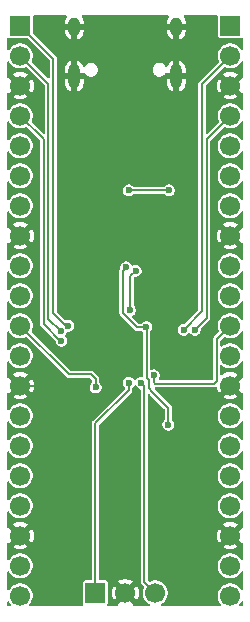
<source format=gbr>
%TF.GenerationSoftware,KiCad,Pcbnew,9.0.6*%
%TF.CreationDate,2025-12-19T19:37:15+11:00*%
%TF.ProjectId,Devboard,44657662-6f61-4726-942e-6b696361645f,rev?*%
%TF.SameCoordinates,Original*%
%TF.FileFunction,Copper,L2,Bot*%
%TF.FilePolarity,Positive*%
%FSLAX46Y46*%
G04 Gerber Fmt 4.6, Leading zero omitted, Abs format (unit mm)*
G04 Created by KiCad (PCBNEW 9.0.6) date 2025-12-19 19:37:15*
%MOMM*%
%LPD*%
G01*
G04 APERTURE LIST*
%TA.AperFunction,HeatsinkPad*%
%ADD10O,1.000000X2.100000*%
%TD*%
%TA.AperFunction,HeatsinkPad*%
%ADD11O,1.000000X1.600000*%
%TD*%
%TA.AperFunction,ComponentPad*%
%ADD12R,1.700000X1.700000*%
%TD*%
%TA.AperFunction,ComponentPad*%
%ADD13C,1.700000*%
%TD*%
%TA.AperFunction,ViaPad*%
%ADD14C,0.600000*%
%TD*%
%TA.AperFunction,Conductor*%
%ADD15C,0.200000*%
%TD*%
G04 APERTURE END LIST*
D10*
%TO.P,J1,S1,SHIELD*%
%TO.N,GND*%
X164820000Y-95630000D03*
D11*
X164820000Y-91450000D03*
D10*
X156180000Y-95630000D03*
D11*
X156180000Y-91450000D03*
%TD*%
D12*
%TO.P,J3,1,Pin_1*%
%TO.N,VBUS*%
X169390000Y-91370000D03*
D13*
%TO.P,J3,2,Pin_2*%
%TO.N,GPIO29_ADC3*%
X169390000Y-93910000D03*
%TO.P,J3,3,Pin_3*%
%TO.N,GND*%
X169390000Y-96450000D03*
%TO.P,J3,4,Pin_4*%
%TO.N,GPIO28_ADC2*%
X169390000Y-98990000D03*
%TO.P,J3,5,Pin_5*%
%TO.N,+3V3*%
X169390000Y-101530000D03*
%TO.P,J3,6,Pin_6*%
%TO.N,GPIO27_ADC1*%
X169390000Y-104070000D03*
%TO.P,J3,7,Pin_7*%
%TO.N,GPIO26_ADC0*%
X169390000Y-106610000D03*
%TO.P,J3,8,Pin_8*%
%TO.N,GND*%
X169390000Y-109150000D03*
%TO.P,J3,9,Pin_9*%
%TO.N,GPIO24*%
X169390000Y-111690000D03*
%TO.P,J3,10,Pin_10*%
%TO.N,GPIO23*%
X169390000Y-114230000D03*
%TO.P,J3,11,Pin_11*%
%TO.N,RUN*%
X169390000Y-116770000D03*
%TO.P,J3,12,Pin_12*%
%TO.N,GPIO22*%
X169390000Y-119310000D03*
%TO.P,J3,13,Pin_13*%
%TO.N,GND*%
X169390000Y-121850000D03*
%TO.P,J3,14,Pin_14*%
%TO.N,GPIO21*%
X169390000Y-124390000D03*
%TO.P,J3,15,Pin_15*%
%TO.N,GPIO20*%
X169390000Y-126930000D03*
%TO.P,J3,16,Pin_16*%
%TO.N,GPIO19*%
X169390000Y-129470000D03*
%TO.P,J3,17,Pin_17*%
%TO.N,GPIO18*%
X169390000Y-132010000D03*
%TO.P,J3,18,Pin_18*%
%TO.N,GND*%
X169390000Y-134550000D03*
%TO.P,J3,19,Pin_19*%
%TO.N,GPIO17*%
X169390000Y-137090000D03*
%TO.P,J3,20,Pin_20*%
%TO.N,GPIO16*%
X169390000Y-139630000D03*
%TD*%
D12*
%TO.P,J4,1,Pin_1*%
%TO.N,SWCLK*%
X157960000Y-139390000D03*
D13*
%TO.P,J4,2,Pin_2*%
%TO.N,GND*%
X160500000Y-139390000D03*
%TO.P,J4,3,Pin_3*%
%TO.N,SWD*%
X163040000Y-139390000D03*
%TD*%
D12*
%TO.P,J2,1,Pin_1*%
%TO.N,GPIO0*%
X151610000Y-91370000D03*
D13*
%TO.P,J2,2,Pin_2*%
%TO.N,GPIO1*%
X151610000Y-93910000D03*
%TO.P,J2,3,Pin_3*%
%TO.N,GND*%
X151610000Y-96450000D03*
%TO.P,J2,4,Pin_4*%
%TO.N,GPIO2*%
X151610000Y-98990000D03*
%TO.P,J2,5,Pin_5*%
%TO.N,GPIO3*%
X151610000Y-101530000D03*
%TO.P,J2,6,Pin_6*%
%TO.N,GPIO4*%
X151610000Y-104070000D03*
%TO.P,J2,7,Pin_7*%
%TO.N,GPIO5*%
X151610000Y-106610000D03*
%TO.P,J2,8,Pin_8*%
%TO.N,GND*%
X151610000Y-109150000D03*
%TO.P,J2,9,Pin_9*%
%TO.N,GPIO6*%
X151610000Y-111690000D03*
%TO.P,J2,10,Pin_10*%
%TO.N,GPIO7*%
X151610000Y-114230000D03*
%TO.P,J2,11,Pin_11*%
%TO.N,GPIO8*%
X151610000Y-116770000D03*
%TO.P,J2,12,Pin_12*%
%TO.N,GPIO9*%
X151610000Y-119310000D03*
%TO.P,J2,13,Pin_13*%
%TO.N,GND*%
X151610000Y-121850000D03*
%TO.P,J2,14,Pin_14*%
%TO.N,GPIO10*%
X151610000Y-124390000D03*
%TO.P,J2,15,Pin_15*%
%TO.N,GPIO11*%
X151610000Y-126930000D03*
%TO.P,J2,16,Pin_16*%
%TO.N,GPIO12*%
X151610000Y-129470000D03*
%TO.P,J2,17,Pin_17*%
%TO.N,GPIO13*%
X151610000Y-132010000D03*
%TO.P,J2,18,Pin_18*%
%TO.N,GND*%
X151610000Y-134550000D03*
%TO.P,J2,19,Pin_19*%
%TO.N,GPIO14*%
X151610000Y-137090000D03*
%TO.P,J2,20,Pin_20*%
%TO.N,GPIO15*%
X151610000Y-139630000D03*
%TD*%
D14*
%TO.N,+3V3*%
X161375735Y-112125735D03*
X160900000Y-115448527D03*
%TO.N,GND*%
X156499000Y-113197473D03*
X153600000Y-121725000D03*
X155075735Y-115124265D03*
X166300000Y-115300000D03*
X158900000Y-122001000D03*
X163300000Y-127800000D03*
X170200000Y-120900000D03*
X167400000Y-120600000D03*
X158461822Y-120338178D03*
X160900000Y-109539000D03*
X157300000Y-125600000D03*
X152500000Y-122900000D03*
X158000000Y-110700000D03*
X164000000Y-113100000D03*
%TO.N,+1V1*%
X162289806Y-116883203D03*
X164150000Y-125150000D03*
X160579000Y-111829000D03*
%TO.N,GPIO2*%
X155100398Y-118048653D03*
%TO.N,GPIO8*%
X157997838Y-121998625D03*
%TO.N,GPIO1*%
X155054000Y-117250000D03*
%TO.N,GPIO0*%
X155686588Y-116759273D03*
%TO.N,GPIO29_ADC3*%
X165450000Y-117100000D03*
%TO.N,RUN*%
X162918513Y-120962281D03*
%TO.N,GPIO28_ADC2*%
X166400000Y-117100000D03*
%TO.N,SWCLK*%
X160798530Y-121600000D03*
%TO.N,SWD*%
X161848530Y-121600000D03*
%TO.N,QSPI_SS*%
X164201000Y-105300000D03*
X160800000Y-105300000D03*
%TD*%
D15*
%TO.N,+3V3*%
X160900000Y-112601470D02*
X161375735Y-112125735D01*
X160900000Y-115448527D02*
X160900000Y-112601470D01*
%TO.N,GND*%
X158000000Y-111696473D02*
X158000000Y-110700000D01*
X158461822Y-121562822D02*
X158900000Y-122001000D01*
X156499000Y-113197473D02*
X158000000Y-111696473D01*
X158461822Y-120338178D02*
X158461822Y-121562822D01*
X153475000Y-121850000D02*
X151610000Y-121850000D01*
X153600000Y-121725000D02*
X153475000Y-121850000D01*
%TO.N,+1V1*%
X160299000Y-112109000D02*
X160579000Y-111829000D01*
X162501801Y-121395512D02*
X162501801Y-122051801D01*
X162501801Y-122051801D02*
X162800000Y-122350000D01*
X164150000Y-123699943D02*
X164150000Y-125150000D01*
X160299000Y-115697470D02*
X160299000Y-112109000D01*
X162800000Y-122350000D02*
X162800057Y-122350000D01*
X162300000Y-121193711D02*
X162501801Y-121395512D01*
X162273009Y-116900000D02*
X161501530Y-116900000D01*
X161501530Y-116900000D02*
X160299000Y-115697470D01*
X162800057Y-122350000D02*
X164150000Y-123699943D01*
X162289806Y-116883203D02*
X162273009Y-116900000D01*
X162289806Y-116883203D02*
X162300000Y-116893397D01*
X162300000Y-116893397D02*
X162300000Y-121193711D01*
%TO.N,GPIO2*%
X153600000Y-116645943D02*
X153600000Y-115767100D01*
X155002710Y-118048653D02*
X153600000Y-116645943D01*
X153598000Y-100978000D02*
X151610000Y-98990000D01*
X153598000Y-115765100D02*
X153598000Y-100978000D01*
X155100398Y-118048653D02*
X155002710Y-118048653D01*
X153600000Y-115767100D02*
X153598000Y-115765100D01*
%TO.N,GPIO8*%
X155740000Y-120900000D02*
X151610000Y-116770000D01*
X157997838Y-121998625D02*
X157997838Y-121289824D01*
X157608014Y-120900000D02*
X155740000Y-120900000D01*
X157997838Y-121289824D02*
X157608014Y-120900000D01*
%TO.N,GPIO1*%
X155050000Y-117250000D02*
X154001000Y-116201000D01*
X154001000Y-116201000D02*
X154001000Y-115601000D01*
X153999000Y-115599000D02*
X153999000Y-96299000D01*
X154001000Y-115601000D02*
X153999000Y-115599000D01*
X155054000Y-117250000D02*
X155050000Y-117250000D01*
X153999000Y-96299000D02*
X151610000Y-93910000D01*
%TO.N,GPIO0*%
X155459273Y-116759273D02*
X154402000Y-115702000D01*
X155686588Y-116759273D02*
X155459273Y-116759273D01*
X154400000Y-115432900D02*
X154400000Y-94160000D01*
X154402000Y-115702000D02*
X154402000Y-115434900D01*
X154400000Y-94160000D02*
X151610000Y-91370000D01*
X154402000Y-115434900D02*
X154400000Y-115432900D01*
%TO.N,GPIO29_ADC3*%
X167000000Y-115550000D02*
X167000000Y-96300000D01*
X167000000Y-96300000D02*
X169390000Y-93910000D01*
X165450000Y-117100000D02*
X167000000Y-115550000D01*
%TO.N,RUN*%
X168239000Y-117921000D02*
X169390000Y-116770000D01*
X162918513Y-120962281D02*
X162918513Y-121574513D01*
X162918513Y-121574513D02*
X163022000Y-121678000D01*
X168239000Y-121439000D02*
X168239000Y-117921000D01*
X163022000Y-121678000D02*
X168000000Y-121678000D01*
X168000000Y-121678000D02*
X168239000Y-121439000D01*
%TO.N,GPIO28_ADC2*%
X166400000Y-117100000D02*
X167400000Y-116100000D01*
X167400000Y-116100000D02*
X167400000Y-100980000D01*
X167400000Y-100980000D02*
X169390000Y-98990000D01*
%TO.N,SWCLK*%
X157960000Y-125040000D02*
X157960000Y-139390000D01*
X160798530Y-121600000D02*
X160798530Y-122201470D01*
X160798530Y-122201470D02*
X157960000Y-125040000D01*
%TO.N,SWD*%
X161848530Y-121600000D02*
X162100801Y-121852271D01*
X162100801Y-121852271D02*
X162100801Y-138450801D01*
X162100801Y-138450801D02*
X163040000Y-139390000D01*
%TO.N,QSPI_SS*%
X160800000Y-105300000D02*
X164201000Y-105300000D01*
%TD*%
%TA.AperFunction,Conductor*%
%TO.N,GND*%
G36*
X155524805Y-90519407D02*
G01*
X155560769Y-90568907D01*
X155560769Y-90630093D01*
X155548929Y-90654502D01*
X155471052Y-90771050D01*
X155471048Y-90771059D01*
X155410742Y-90916650D01*
X155380000Y-91071204D01*
X155380000Y-91199999D01*
X155380001Y-91200000D01*
X155880000Y-91200000D01*
X155880000Y-91700000D01*
X155380001Y-91700000D01*
X155380000Y-91700001D01*
X155380000Y-91828795D01*
X155410742Y-91983349D01*
X155471048Y-92128940D01*
X155471052Y-92128949D01*
X155558599Y-92259969D01*
X155558602Y-92259973D01*
X155670026Y-92371397D01*
X155670030Y-92371400D01*
X155801058Y-92458951D01*
X155929999Y-92512360D01*
X155930000Y-92512359D01*
X155930000Y-91916988D01*
X155939940Y-91934205D01*
X155995795Y-91990060D01*
X156064204Y-92029556D01*
X156140504Y-92050000D01*
X156219496Y-92050000D01*
X156295796Y-92029556D01*
X156364205Y-91990060D01*
X156420060Y-91934205D01*
X156430000Y-91916988D01*
X156430000Y-92512360D01*
X156558941Y-92458951D01*
X156689969Y-92371400D01*
X156689973Y-92371397D01*
X156801397Y-92259973D01*
X156801400Y-92259969D01*
X156888947Y-92128949D01*
X156888951Y-92128940D01*
X156949257Y-91983349D01*
X156979999Y-91828795D01*
X156980000Y-91828792D01*
X156980000Y-91700001D01*
X156979999Y-91700000D01*
X156480000Y-91700000D01*
X156480000Y-91200000D01*
X156979999Y-91200000D01*
X156980000Y-91199999D01*
X156980000Y-91071207D01*
X156979999Y-91071204D01*
X156949257Y-90916650D01*
X156888951Y-90771059D01*
X156888947Y-90771050D01*
X156811071Y-90654502D01*
X156794462Y-90595614D01*
X156815639Y-90538210D01*
X156866513Y-90504217D01*
X156893386Y-90500500D01*
X164106614Y-90500500D01*
X164164805Y-90519407D01*
X164200769Y-90568907D01*
X164200769Y-90630093D01*
X164188929Y-90654502D01*
X164111052Y-90771050D01*
X164111048Y-90771059D01*
X164050742Y-90916650D01*
X164020000Y-91071204D01*
X164020000Y-91199999D01*
X164020001Y-91200000D01*
X164520000Y-91200000D01*
X164520000Y-91700000D01*
X164020001Y-91700000D01*
X164020000Y-91700001D01*
X164020000Y-91828795D01*
X164050742Y-91983349D01*
X164111048Y-92128940D01*
X164111052Y-92128949D01*
X164198599Y-92259969D01*
X164198602Y-92259973D01*
X164310026Y-92371397D01*
X164310030Y-92371400D01*
X164441058Y-92458951D01*
X164569999Y-92512360D01*
X164570000Y-92512359D01*
X164570000Y-91916988D01*
X164579940Y-91934205D01*
X164635795Y-91990060D01*
X164704204Y-92029556D01*
X164780504Y-92050000D01*
X164859496Y-92050000D01*
X164935796Y-92029556D01*
X165004205Y-91990060D01*
X165060060Y-91934205D01*
X165070000Y-91916988D01*
X165070000Y-92512360D01*
X165198941Y-92458951D01*
X165329969Y-92371400D01*
X165329973Y-92371397D01*
X165441397Y-92259973D01*
X165441400Y-92259969D01*
X165528947Y-92128949D01*
X165528951Y-92128940D01*
X165589257Y-91983349D01*
X165619999Y-91828795D01*
X165620000Y-91828792D01*
X165620000Y-91700001D01*
X165619999Y-91700000D01*
X165120000Y-91700000D01*
X165120000Y-91200000D01*
X165619999Y-91200000D01*
X165620000Y-91199999D01*
X165620000Y-91071207D01*
X165619999Y-91071204D01*
X165589257Y-90916650D01*
X165528951Y-90771059D01*
X165528947Y-90771050D01*
X165451071Y-90654502D01*
X165434462Y-90595614D01*
X165455639Y-90538210D01*
X165506513Y-90504217D01*
X165533386Y-90500500D01*
X168240500Y-90500500D01*
X168298691Y-90519407D01*
X168334655Y-90568907D01*
X168339500Y-90599500D01*
X168339500Y-92239746D01*
X168339501Y-92239758D01*
X168351132Y-92298227D01*
X168351133Y-92298231D01*
X168395448Y-92364552D01*
X168461769Y-92408867D01*
X168506231Y-92417711D01*
X168520241Y-92420498D01*
X168520246Y-92420498D01*
X168520252Y-92420500D01*
X168520253Y-92420500D01*
X170259747Y-92420500D01*
X170259748Y-92420500D01*
X170318231Y-92408867D01*
X170345499Y-92390646D01*
X170404385Y-92374038D01*
X170461789Y-92395215D01*
X170495783Y-92446088D01*
X170499500Y-92472962D01*
X170499500Y-93353274D01*
X170480593Y-93411465D01*
X170431093Y-93447429D01*
X170369907Y-93447429D01*
X170320407Y-93411465D01*
X170318184Y-93408275D01*
X170205979Y-93240348D01*
X170205977Y-93240345D01*
X170059655Y-93094023D01*
X169887598Y-92979059D01*
X169887599Y-92979059D01*
X169887597Y-92979058D01*
X169696418Y-92899869D01*
X169493467Y-92859500D01*
X169493465Y-92859500D01*
X169286535Y-92859500D01*
X169286532Y-92859500D01*
X169083581Y-92899869D01*
X168892402Y-92979058D01*
X168720348Y-93094020D01*
X168574020Y-93240348D01*
X168459058Y-93412402D01*
X168379869Y-93603581D01*
X168339500Y-93806532D01*
X168339500Y-94013467D01*
X168379869Y-94216418D01*
X168436196Y-94352402D01*
X168440997Y-94413399D01*
X168414736Y-94460292D01*
X166815489Y-96059540D01*
X166815488Y-96059539D01*
X166759539Y-96115489D01*
X166719980Y-96184007D01*
X166719978Y-96184011D01*
X166699500Y-96260435D01*
X166699500Y-115384520D01*
X166680593Y-115442711D01*
X166670504Y-115454524D01*
X165554524Y-116570504D01*
X165500007Y-116598281D01*
X165484520Y-116599500D01*
X165384108Y-116599500D01*
X165306200Y-116620375D01*
X165256809Y-116633609D01*
X165142690Y-116699496D01*
X165049496Y-116792690D01*
X164983609Y-116906809D01*
X164964539Y-116977978D01*
X164949500Y-117034108D01*
X164949500Y-117165892D01*
X164967064Y-117231442D01*
X164983609Y-117293190D01*
X165049496Y-117407309D01*
X165049498Y-117407311D01*
X165049500Y-117407314D01*
X165142686Y-117500500D01*
X165142688Y-117500501D01*
X165142690Y-117500503D01*
X165256810Y-117566390D01*
X165256808Y-117566390D01*
X165256812Y-117566391D01*
X165256814Y-117566392D01*
X165384108Y-117600500D01*
X165384110Y-117600500D01*
X165515890Y-117600500D01*
X165515892Y-117600500D01*
X165643186Y-117566392D01*
X165643188Y-117566390D01*
X165643190Y-117566390D01*
X165757309Y-117500503D01*
X165757309Y-117500502D01*
X165757314Y-117500500D01*
X165850500Y-117407314D01*
X165850501Y-117407311D01*
X165854996Y-117402817D01*
X165909513Y-117375040D01*
X165969945Y-117384611D01*
X165995004Y-117402817D01*
X165999498Y-117407311D01*
X165999500Y-117407314D01*
X166092686Y-117500500D01*
X166092688Y-117500501D01*
X166092690Y-117500503D01*
X166206810Y-117566390D01*
X166206808Y-117566390D01*
X166206812Y-117566391D01*
X166206814Y-117566392D01*
X166334108Y-117600500D01*
X166334110Y-117600500D01*
X166465890Y-117600500D01*
X166465892Y-117600500D01*
X166593186Y-117566392D01*
X166593188Y-117566390D01*
X166593190Y-117566390D01*
X166707309Y-117500503D01*
X166707309Y-117500502D01*
X166707314Y-117500500D01*
X166800500Y-117407314D01*
X166813608Y-117384611D01*
X166866390Y-117293190D01*
X166866390Y-117293188D01*
X166866392Y-117293186D01*
X166900500Y-117165892D01*
X166900500Y-117065478D01*
X166919407Y-117007287D01*
X166929496Y-116995474D01*
X167258438Y-116666532D01*
X167640460Y-116284511D01*
X167647992Y-116271465D01*
X167680020Y-116215992D01*
X167680020Y-116215990D01*
X167680022Y-116215988D01*
X167700500Y-116139562D01*
X167700500Y-116060438D01*
X167700500Y-101145478D01*
X167719407Y-101087287D01*
X167729490Y-101075480D01*
X168839708Y-99965261D01*
X168894223Y-99937486D01*
X168947595Y-99943802D01*
X169083580Y-100000130D01*
X169286535Y-100040500D01*
X169286536Y-100040500D01*
X169493464Y-100040500D01*
X169493465Y-100040500D01*
X169696420Y-100000130D01*
X169887598Y-99920941D01*
X170059655Y-99805977D01*
X170205977Y-99659655D01*
X170318184Y-99491723D01*
X170366234Y-99453844D01*
X170427372Y-99451442D01*
X170478246Y-99485434D01*
X170499424Y-99542838D01*
X170499500Y-99546725D01*
X170499500Y-100973274D01*
X170480593Y-101031465D01*
X170431093Y-101067429D01*
X170369907Y-101067429D01*
X170320407Y-101031465D01*
X170318184Y-101028275D01*
X170205979Y-100860348D01*
X170205977Y-100860345D01*
X170059655Y-100714023D01*
X170059651Y-100714020D01*
X169887597Y-100599058D01*
X169696418Y-100519869D01*
X169493467Y-100479500D01*
X169493465Y-100479500D01*
X169286535Y-100479500D01*
X169286532Y-100479500D01*
X169083581Y-100519869D01*
X168892402Y-100599058D01*
X168720348Y-100714020D01*
X168574020Y-100860348D01*
X168459058Y-101032402D01*
X168379869Y-101223581D01*
X168339500Y-101426532D01*
X168339500Y-101633467D01*
X168379869Y-101836418D01*
X168459058Y-102027597D01*
X168459059Y-102027598D01*
X168574023Y-102199655D01*
X168720345Y-102345977D01*
X168892402Y-102460941D01*
X169083580Y-102540130D01*
X169286535Y-102580500D01*
X169286536Y-102580500D01*
X169493464Y-102580500D01*
X169493465Y-102580500D01*
X169696420Y-102540130D01*
X169887598Y-102460941D01*
X170059655Y-102345977D01*
X170205977Y-102199655D01*
X170318184Y-102031723D01*
X170366234Y-101993844D01*
X170427372Y-101991442D01*
X170478246Y-102025434D01*
X170499424Y-102082838D01*
X170499500Y-102086725D01*
X170499500Y-103513274D01*
X170480593Y-103571465D01*
X170431093Y-103607429D01*
X170369907Y-103607429D01*
X170320407Y-103571465D01*
X170318184Y-103568275D01*
X170205979Y-103400348D01*
X170205977Y-103400345D01*
X170059655Y-103254023D01*
X169887598Y-103139059D01*
X169887599Y-103139059D01*
X169887597Y-103139058D01*
X169696418Y-103059869D01*
X169493467Y-103019500D01*
X169493465Y-103019500D01*
X169286535Y-103019500D01*
X169286532Y-103019500D01*
X169083581Y-103059869D01*
X168892402Y-103139058D01*
X168720348Y-103254020D01*
X168574020Y-103400348D01*
X168459058Y-103572402D01*
X168379869Y-103763581D01*
X168339500Y-103966532D01*
X168339500Y-104173467D01*
X168379869Y-104376418D01*
X168459058Y-104567597D01*
X168459059Y-104567598D01*
X168574023Y-104739655D01*
X168720345Y-104885977D01*
X168892402Y-105000941D01*
X169083580Y-105080130D01*
X169286535Y-105120500D01*
X169286536Y-105120500D01*
X169493464Y-105120500D01*
X169493465Y-105120500D01*
X169696420Y-105080130D01*
X169887598Y-105000941D01*
X170059655Y-104885977D01*
X170205977Y-104739655D01*
X170318184Y-104571723D01*
X170366234Y-104533844D01*
X170427372Y-104531442D01*
X170478246Y-104565434D01*
X170499424Y-104622838D01*
X170499500Y-104626725D01*
X170499500Y-106053274D01*
X170480593Y-106111465D01*
X170431093Y-106147429D01*
X170369907Y-106147429D01*
X170320407Y-106111465D01*
X170318184Y-106108275D01*
X170205979Y-105940348D01*
X170205977Y-105940345D01*
X170059655Y-105794023D01*
X170018299Y-105766390D01*
X169887597Y-105679058D01*
X169696418Y-105599869D01*
X169493467Y-105559500D01*
X169493465Y-105559500D01*
X169286535Y-105559500D01*
X169286532Y-105559500D01*
X169083581Y-105599869D01*
X168892402Y-105679058D01*
X168720348Y-105794020D01*
X168574020Y-105940348D01*
X168459058Y-106112402D01*
X168379869Y-106303581D01*
X168339500Y-106506532D01*
X168339500Y-106713467D01*
X168379869Y-106916418D01*
X168459058Y-107107597D01*
X168459059Y-107107598D01*
X168574023Y-107279655D01*
X168720345Y-107425977D01*
X168892402Y-107540941D01*
X169083580Y-107620130D01*
X169286535Y-107660500D01*
X169286536Y-107660500D01*
X169493464Y-107660500D01*
X169493465Y-107660500D01*
X169696420Y-107620130D01*
X169887598Y-107540941D01*
X170059655Y-107425977D01*
X170205977Y-107279655D01*
X170318184Y-107111723D01*
X170366234Y-107073844D01*
X170427372Y-107071442D01*
X170478246Y-107105434D01*
X170499424Y-107162838D01*
X170499500Y-107166725D01*
X170499500Y-108435183D01*
X170480593Y-108493374D01*
X170431093Y-108529338D01*
X170392732Y-108533878D01*
X170362087Y-108531466D01*
X169872962Y-109020591D01*
X169855925Y-108957007D01*
X169790099Y-108842993D01*
X169697007Y-108749901D01*
X169582993Y-108684075D01*
X169519406Y-108667036D01*
X170008532Y-108177911D01*
X169992730Y-108166432D01*
X169831440Y-108084250D01*
X169659289Y-108028316D01*
X169480510Y-108000000D01*
X169299490Y-108000000D01*
X169120710Y-108028316D01*
X168948559Y-108084250D01*
X168787264Y-108166434D01*
X168771466Y-108177911D01*
X169260592Y-108667037D01*
X169197007Y-108684075D01*
X169082993Y-108749901D01*
X168989901Y-108842993D01*
X168924075Y-108957007D01*
X168907037Y-109020592D01*
X168417911Y-108531466D01*
X168406434Y-108547264D01*
X168324250Y-108708559D01*
X168268316Y-108880710D01*
X168240000Y-109059489D01*
X168240000Y-109240510D01*
X168268316Y-109419289D01*
X168324250Y-109591440D01*
X168406432Y-109752730D01*
X168417911Y-109768531D01*
X168907036Y-109279406D01*
X168924075Y-109342993D01*
X168989901Y-109457007D01*
X169082993Y-109550099D01*
X169197007Y-109615925D01*
X169260591Y-109632962D01*
X168771466Y-110122087D01*
X168787266Y-110133566D01*
X168948559Y-110215749D01*
X169120710Y-110271683D01*
X169299490Y-110300000D01*
X169480510Y-110300000D01*
X169659289Y-110271683D01*
X169831440Y-110215749D01*
X169992730Y-110133568D01*
X169992735Y-110133564D01*
X170008532Y-110122087D01*
X170008532Y-110122086D01*
X169519408Y-109632962D01*
X169582993Y-109615925D01*
X169697007Y-109550099D01*
X169790099Y-109457007D01*
X169855925Y-109342993D01*
X169872962Y-109279408D01*
X170362086Y-109768532D01*
X170392732Y-109766121D01*
X170452227Y-109780404D01*
X170491964Y-109826930D01*
X170499500Y-109864816D01*
X170499500Y-111133274D01*
X170480593Y-111191465D01*
X170431093Y-111227429D01*
X170369907Y-111227429D01*
X170320407Y-111191465D01*
X170318184Y-111188275D01*
X170205979Y-111020348D01*
X170205977Y-111020345D01*
X170059655Y-110874023D01*
X169887598Y-110759059D01*
X169887599Y-110759059D01*
X169887597Y-110759058D01*
X169696418Y-110679869D01*
X169493467Y-110639500D01*
X169493465Y-110639500D01*
X169286535Y-110639500D01*
X169286532Y-110639500D01*
X169083581Y-110679869D01*
X168892402Y-110759058D01*
X168720348Y-110874020D01*
X168574020Y-111020348D01*
X168459058Y-111192402D01*
X168379869Y-111383581D01*
X168339500Y-111586532D01*
X168339500Y-111793467D01*
X168379869Y-111996418D01*
X168459058Y-112187597D01*
X168546808Y-112318925D01*
X168574023Y-112359655D01*
X168720345Y-112505977D01*
X168892402Y-112620941D01*
X169083580Y-112700130D01*
X169286535Y-112740500D01*
X169286536Y-112740500D01*
X169493464Y-112740500D01*
X169493465Y-112740500D01*
X169696420Y-112700130D01*
X169887598Y-112620941D01*
X170059655Y-112505977D01*
X170205977Y-112359655D01*
X170318184Y-112191723D01*
X170366234Y-112153844D01*
X170427372Y-112151442D01*
X170478246Y-112185434D01*
X170499424Y-112242838D01*
X170499500Y-112246725D01*
X170499500Y-113673274D01*
X170480593Y-113731465D01*
X170431093Y-113767429D01*
X170369907Y-113767429D01*
X170320407Y-113731465D01*
X170318184Y-113728275D01*
X170205979Y-113560348D01*
X170205977Y-113560345D01*
X170059655Y-113414023D01*
X169887598Y-113299059D01*
X169887599Y-113299059D01*
X169887597Y-113299058D01*
X169696418Y-113219869D01*
X169493467Y-113179500D01*
X169493465Y-113179500D01*
X169286535Y-113179500D01*
X169286532Y-113179500D01*
X169083581Y-113219869D01*
X168892402Y-113299058D01*
X168720348Y-113414020D01*
X168574020Y-113560348D01*
X168459058Y-113732402D01*
X168379869Y-113923581D01*
X168339500Y-114126532D01*
X168339500Y-114333467D01*
X168379869Y-114536418D01*
X168459058Y-114727597D01*
X168459059Y-114727598D01*
X168574023Y-114899655D01*
X168720345Y-115045977D01*
X168892402Y-115160941D01*
X169083580Y-115240130D01*
X169286535Y-115280500D01*
X169286536Y-115280500D01*
X169493464Y-115280500D01*
X169493465Y-115280500D01*
X169696420Y-115240130D01*
X169887598Y-115160941D01*
X170059655Y-115045977D01*
X170205977Y-114899655D01*
X170318184Y-114731723D01*
X170366234Y-114693844D01*
X170427372Y-114691442D01*
X170478246Y-114725434D01*
X170499424Y-114782838D01*
X170499500Y-114786725D01*
X170499500Y-116213274D01*
X170480593Y-116271465D01*
X170431093Y-116307429D01*
X170369907Y-116307429D01*
X170320407Y-116271465D01*
X170318184Y-116268275D01*
X170205979Y-116100348D01*
X170205977Y-116100345D01*
X170059655Y-115954023D01*
X170059651Y-115954020D01*
X169887597Y-115839058D01*
X169696418Y-115759869D01*
X169493467Y-115719500D01*
X169493465Y-115719500D01*
X169286535Y-115719500D01*
X169286532Y-115719500D01*
X169083581Y-115759869D01*
X168892402Y-115839058D01*
X168720348Y-115954020D01*
X168574020Y-116100348D01*
X168459058Y-116272402D01*
X168379869Y-116463581D01*
X168339500Y-116666532D01*
X168339500Y-116873467D01*
X168379869Y-117076418D01*
X168436196Y-117212402D01*
X168440997Y-117273399D01*
X168414736Y-117320291D01*
X168054489Y-117680539D01*
X167998539Y-117736489D01*
X167958980Y-117805007D01*
X167958978Y-117805011D01*
X167938500Y-117881435D01*
X167938500Y-121273521D01*
X167936031Y-121281118D01*
X167937281Y-121289008D01*
X167926756Y-121309663D01*
X167919593Y-121331712D01*
X167909504Y-121343525D01*
X167904525Y-121348504D01*
X167850008Y-121376281D01*
X167834521Y-121377500D01*
X163428187Y-121377500D01*
X163369996Y-121358593D01*
X163334032Y-121309093D01*
X163334032Y-121247907D01*
X163342451Y-121229000D01*
X163384903Y-121155471D01*
X163384903Y-121155469D01*
X163384905Y-121155467D01*
X163419013Y-121028173D01*
X163419013Y-120896389D01*
X163384905Y-120769095D01*
X163384903Y-120769092D01*
X163384903Y-120769090D01*
X163319016Y-120654971D01*
X163319014Y-120654969D01*
X163319013Y-120654967D01*
X163225827Y-120561781D01*
X163225824Y-120561779D01*
X163225822Y-120561777D01*
X163111702Y-120495890D01*
X163111704Y-120495890D01*
X163062312Y-120482656D01*
X162984405Y-120461781D01*
X162852621Y-120461781D01*
X162725327Y-120495889D01*
X162725325Y-120495889D01*
X162725123Y-120495944D01*
X162664021Y-120492741D01*
X162616471Y-120454236D01*
X162600500Y-120400317D01*
X162600500Y-117321330D01*
X162619407Y-117263139D01*
X162629490Y-117251332D01*
X162690306Y-117190517D01*
X162704523Y-117165892D01*
X162756196Y-117076393D01*
X162756196Y-117076391D01*
X162756198Y-117076389D01*
X162790306Y-116949095D01*
X162790306Y-116817311D01*
X162756198Y-116690017D01*
X162756196Y-116690014D01*
X162756196Y-116690012D01*
X162690309Y-116575893D01*
X162690307Y-116575891D01*
X162690306Y-116575889D01*
X162597120Y-116482703D01*
X162597117Y-116482701D01*
X162597115Y-116482699D01*
X162482995Y-116416812D01*
X162482997Y-116416812D01*
X162433605Y-116403578D01*
X162355698Y-116382703D01*
X162223914Y-116382703D01*
X162146006Y-116403578D01*
X162096615Y-116416812D01*
X161982496Y-116482699D01*
X161982495Y-116482700D01*
X161982492Y-116482702D01*
X161982492Y-116482703D01*
X161894689Y-116570505D01*
X161887574Y-116574130D01*
X161882879Y-116580593D01*
X161860830Y-116587756D01*
X161840175Y-116598281D01*
X161824688Y-116599500D01*
X161667009Y-116599500D01*
X161608818Y-116580593D01*
X161597005Y-116570504D01*
X161088200Y-116061699D01*
X161060423Y-116007182D01*
X161069994Y-115946750D01*
X161108702Y-115905960D01*
X161207314Y-115849027D01*
X161300500Y-115755841D01*
X161311358Y-115737034D01*
X161366390Y-115641717D01*
X161366390Y-115641715D01*
X161366392Y-115641713D01*
X161400500Y-115514419D01*
X161400500Y-115382635D01*
X161366392Y-115255341D01*
X161366390Y-115255338D01*
X161366390Y-115255336D01*
X161300503Y-115141217D01*
X161300501Y-115141215D01*
X161300500Y-115141213D01*
X161229494Y-115070207D01*
X161201719Y-115015693D01*
X161200500Y-115000206D01*
X161200500Y-112766947D01*
X161202968Y-112759349D01*
X161201719Y-112751460D01*
X161212243Y-112730804D01*
X161219407Y-112708756D01*
X161229485Y-112696954D01*
X161271210Y-112655229D01*
X161325725Y-112627454D01*
X161341212Y-112626235D01*
X161441625Y-112626235D01*
X161441627Y-112626235D01*
X161568921Y-112592127D01*
X161568923Y-112592125D01*
X161568925Y-112592125D01*
X161683044Y-112526238D01*
X161683044Y-112526237D01*
X161683049Y-112526235D01*
X161776235Y-112433049D01*
X161818609Y-112359655D01*
X161842125Y-112318925D01*
X161842125Y-112318923D01*
X161842127Y-112318921D01*
X161876235Y-112191627D01*
X161876235Y-112059843D01*
X161842127Y-111932549D01*
X161842125Y-111932546D01*
X161842125Y-111932544D01*
X161776238Y-111818425D01*
X161776236Y-111818423D01*
X161776235Y-111818421D01*
X161683049Y-111725235D01*
X161683046Y-111725233D01*
X161683044Y-111725231D01*
X161568924Y-111659344D01*
X161568926Y-111659344D01*
X161519534Y-111646110D01*
X161441627Y-111625235D01*
X161309843Y-111625235D01*
X161182549Y-111659343D01*
X161182548Y-111659343D01*
X161182546Y-111659344D01*
X161182545Y-111659344D01*
X161175600Y-111663354D01*
X161115750Y-111676071D01*
X161059857Y-111651180D01*
X161040370Y-111627114D01*
X160979503Y-111521690D01*
X160979501Y-111521688D01*
X160979500Y-111521686D01*
X160886314Y-111428500D01*
X160886311Y-111428498D01*
X160886309Y-111428496D01*
X160772189Y-111362609D01*
X160772191Y-111362609D01*
X160722799Y-111349375D01*
X160644892Y-111328500D01*
X160513108Y-111328500D01*
X160435200Y-111349375D01*
X160385809Y-111362609D01*
X160271690Y-111428496D01*
X160178496Y-111521690D01*
X160112609Y-111635809D01*
X160078500Y-111763109D01*
X160078500Y-111864870D01*
X160061085Y-111918466D01*
X160061784Y-111918870D01*
X160059887Y-111922155D01*
X160059593Y-111923061D01*
X160058585Y-111924410D01*
X160018980Y-111993007D01*
X160018978Y-111993011D01*
X159998500Y-112069435D01*
X159998500Y-115737034D01*
X160018977Y-115813455D01*
X160018979Y-115813460D01*
X160039513Y-115849026D01*
X160053441Y-115873149D01*
X160058540Y-115881981D01*
X161261070Y-117084511D01*
X161261069Y-117084511D01*
X161317019Y-117140460D01*
X161385537Y-117180019D01*
X161385541Y-117180021D01*
X161461965Y-117200499D01*
X161461967Y-117200500D01*
X161461968Y-117200500D01*
X161541092Y-117200500D01*
X161858281Y-117200500D01*
X161865878Y-117202968D01*
X161873767Y-117201719D01*
X161894420Y-117212242D01*
X161916472Y-117219407D01*
X161928284Y-117229496D01*
X161970503Y-117271714D01*
X161998281Y-117326230D01*
X161999500Y-117341718D01*
X161999500Y-121000500D01*
X161980593Y-121058691D01*
X161931093Y-121094655D01*
X161900500Y-121099500D01*
X161782638Y-121099500D01*
X161704730Y-121120375D01*
X161655339Y-121133609D01*
X161541220Y-121199496D01*
X161448028Y-121292688D01*
X161409266Y-121359826D01*
X161363796Y-121400766D01*
X161302946Y-121407161D01*
X161249958Y-121376568D01*
X161237794Y-121359826D01*
X161199031Y-121292688D01*
X161199030Y-121292686D01*
X161105844Y-121199500D01*
X161105841Y-121199498D01*
X161105839Y-121199496D01*
X160991719Y-121133609D01*
X160991721Y-121133609D01*
X160942329Y-121120375D01*
X160864422Y-121099500D01*
X160732638Y-121099500D01*
X160654730Y-121120375D01*
X160605339Y-121133609D01*
X160491220Y-121199496D01*
X160398026Y-121292690D01*
X160332139Y-121406809D01*
X160313069Y-121477978D01*
X160298030Y-121534108D01*
X160298030Y-121665892D01*
X160304841Y-121691311D01*
X160332139Y-121793190D01*
X160398026Y-121907309D01*
X160398028Y-121907311D01*
X160398030Y-121907314D01*
X160462870Y-121972154D01*
X160490646Y-122026669D01*
X160481075Y-122087101D01*
X160462869Y-122112160D01*
X157775489Y-124799540D01*
X157775488Y-124799539D01*
X157719539Y-124855489D01*
X157679980Y-124924007D01*
X157679978Y-124924011D01*
X157659500Y-125000435D01*
X157659500Y-138240500D01*
X157640593Y-138298691D01*
X157591093Y-138334655D01*
X157560500Y-138339500D01*
X157090252Y-138339500D01*
X157090251Y-138339500D01*
X157090241Y-138339501D01*
X157031772Y-138351132D01*
X157031766Y-138351134D01*
X156965451Y-138395445D01*
X156965445Y-138395451D01*
X156921134Y-138461766D01*
X156921132Y-138461772D01*
X156909501Y-138520241D01*
X156909500Y-138520253D01*
X156909500Y-140259746D01*
X156909501Y-140259758D01*
X156921132Y-140318227D01*
X156921133Y-140318231D01*
X156939353Y-140345499D01*
X156955962Y-140404385D01*
X156934785Y-140461789D01*
X156883912Y-140495783D01*
X156857038Y-140499500D01*
X152465139Y-140499500D01*
X152406948Y-140480593D01*
X152370984Y-140431093D01*
X152370984Y-140369907D01*
X152395133Y-140330498D01*
X152425977Y-140299655D01*
X152540941Y-140127598D01*
X152620130Y-139936420D01*
X152660500Y-139733465D01*
X152660500Y-139526535D01*
X152620130Y-139323580D01*
X152540941Y-139132402D01*
X152425977Y-138960345D01*
X152279655Y-138814023D01*
X152279651Y-138814020D01*
X152107597Y-138699058D01*
X151916418Y-138619869D01*
X151713467Y-138579500D01*
X151713465Y-138579500D01*
X151506535Y-138579500D01*
X151506532Y-138579500D01*
X151303581Y-138619869D01*
X151112402Y-138699058D01*
X150940348Y-138814020D01*
X150794020Y-138960348D01*
X150681816Y-139128275D01*
X150633766Y-139166155D01*
X150572628Y-139168557D01*
X150521754Y-139134564D01*
X150500576Y-139077161D01*
X150500500Y-139073274D01*
X150500500Y-137646725D01*
X150519407Y-137588534D01*
X150568907Y-137552570D01*
X150630093Y-137552570D01*
X150679593Y-137588534D01*
X150681813Y-137591720D01*
X150794023Y-137759655D01*
X150940345Y-137905977D01*
X151112402Y-138020941D01*
X151303580Y-138100130D01*
X151506535Y-138140500D01*
X151506536Y-138140500D01*
X151713464Y-138140500D01*
X151713465Y-138140500D01*
X151916420Y-138100130D01*
X152107598Y-138020941D01*
X152279655Y-137905977D01*
X152425977Y-137759655D01*
X152540941Y-137587598D01*
X152620130Y-137396420D01*
X152660500Y-137193465D01*
X152660500Y-136986535D01*
X152620130Y-136783580D01*
X152540941Y-136592402D01*
X152425977Y-136420345D01*
X152279655Y-136274023D01*
X152107598Y-136159059D01*
X152107599Y-136159059D01*
X152107597Y-136159058D01*
X151916418Y-136079869D01*
X151713467Y-136039500D01*
X151713465Y-136039500D01*
X151506535Y-136039500D01*
X151506532Y-136039500D01*
X151303581Y-136079869D01*
X151112402Y-136159058D01*
X150940348Y-136274020D01*
X150794020Y-136420348D01*
X150681816Y-136588275D01*
X150633766Y-136626155D01*
X150572628Y-136628557D01*
X150521754Y-136594564D01*
X150500576Y-136537161D01*
X150500500Y-136533274D01*
X150500500Y-135264815D01*
X150519407Y-135206624D01*
X150568907Y-135170660D01*
X150607269Y-135166120D01*
X150637911Y-135168532D01*
X151127036Y-134679406D01*
X151144075Y-134742993D01*
X151209901Y-134857007D01*
X151302993Y-134950099D01*
X151417007Y-135015925D01*
X151480591Y-135032962D01*
X150991466Y-135522087D01*
X151007266Y-135533566D01*
X151168559Y-135615749D01*
X151340710Y-135671683D01*
X151519490Y-135700000D01*
X151700510Y-135700000D01*
X151879289Y-135671683D01*
X152051440Y-135615749D01*
X152212730Y-135533568D01*
X152212735Y-135533564D01*
X152228532Y-135522087D01*
X152228532Y-135522086D01*
X151739408Y-135032962D01*
X151802993Y-135015925D01*
X151917007Y-134950099D01*
X152010099Y-134857007D01*
X152075925Y-134742993D01*
X152092962Y-134679408D01*
X152582086Y-135168532D01*
X152582087Y-135168532D01*
X152593564Y-135152735D01*
X152593568Y-135152730D01*
X152675749Y-134991440D01*
X152731683Y-134819289D01*
X152760000Y-134640510D01*
X152760000Y-134459489D01*
X152731683Y-134280710D01*
X152675749Y-134108559D01*
X152593566Y-133947266D01*
X152582087Y-133931466D01*
X152092962Y-134420591D01*
X152075925Y-134357007D01*
X152010099Y-134242993D01*
X151917007Y-134149901D01*
X151802993Y-134084075D01*
X151739406Y-134067036D01*
X152228532Y-133577911D01*
X152212730Y-133566432D01*
X152051440Y-133484250D01*
X151879289Y-133428316D01*
X151700510Y-133400000D01*
X151519490Y-133400000D01*
X151340710Y-133428316D01*
X151168559Y-133484250D01*
X151007264Y-133566434D01*
X150991466Y-133577911D01*
X151480592Y-134067037D01*
X151417007Y-134084075D01*
X151302993Y-134149901D01*
X151209901Y-134242993D01*
X151144075Y-134357007D01*
X151127037Y-134420592D01*
X150637911Y-133931466D01*
X150607271Y-133933879D01*
X150547775Y-133919597D01*
X150508037Y-133873073D01*
X150500500Y-133835184D01*
X150500500Y-132566725D01*
X150519407Y-132508534D01*
X150568907Y-132472570D01*
X150630093Y-132472570D01*
X150679593Y-132508534D01*
X150681813Y-132511720D01*
X150794023Y-132679655D01*
X150940345Y-132825977D01*
X151112402Y-132940941D01*
X151303580Y-133020130D01*
X151506535Y-133060500D01*
X151506536Y-133060500D01*
X151713464Y-133060500D01*
X151713465Y-133060500D01*
X151916420Y-133020130D01*
X152107598Y-132940941D01*
X152279655Y-132825977D01*
X152425977Y-132679655D01*
X152540941Y-132507598D01*
X152620130Y-132316420D01*
X152660500Y-132113465D01*
X152660500Y-131906535D01*
X152620130Y-131703580D01*
X152540941Y-131512402D01*
X152425977Y-131340345D01*
X152279655Y-131194023D01*
X152107598Y-131079059D01*
X152107599Y-131079059D01*
X152107597Y-131079058D01*
X151916418Y-130999869D01*
X151713467Y-130959500D01*
X151713465Y-130959500D01*
X151506535Y-130959500D01*
X151506532Y-130959500D01*
X151303581Y-130999869D01*
X151112402Y-131079058D01*
X150940348Y-131194020D01*
X150794020Y-131340348D01*
X150681816Y-131508275D01*
X150633766Y-131546155D01*
X150572628Y-131548557D01*
X150521754Y-131514564D01*
X150500576Y-131457161D01*
X150500500Y-131453274D01*
X150500500Y-130026725D01*
X150519407Y-129968534D01*
X150568907Y-129932570D01*
X150630093Y-129932570D01*
X150679593Y-129968534D01*
X150681813Y-129971720D01*
X150794023Y-130139655D01*
X150940345Y-130285977D01*
X151112402Y-130400941D01*
X151303580Y-130480130D01*
X151506535Y-130520500D01*
X151506536Y-130520500D01*
X151713464Y-130520500D01*
X151713465Y-130520500D01*
X151916420Y-130480130D01*
X152107598Y-130400941D01*
X152279655Y-130285977D01*
X152425977Y-130139655D01*
X152540941Y-129967598D01*
X152620130Y-129776420D01*
X152660500Y-129573465D01*
X152660500Y-129366535D01*
X152620130Y-129163580D01*
X152540941Y-128972402D01*
X152425977Y-128800345D01*
X152279655Y-128654023D01*
X152107598Y-128539059D01*
X152107599Y-128539059D01*
X152107597Y-128539058D01*
X151916418Y-128459869D01*
X151713467Y-128419500D01*
X151713465Y-128419500D01*
X151506535Y-128419500D01*
X151506532Y-128419500D01*
X151303581Y-128459869D01*
X151112402Y-128539058D01*
X150940348Y-128654020D01*
X150794020Y-128800348D01*
X150681816Y-128968275D01*
X150633766Y-129006155D01*
X150572628Y-129008557D01*
X150521754Y-128974564D01*
X150500576Y-128917161D01*
X150500500Y-128913274D01*
X150500500Y-127486725D01*
X150519407Y-127428534D01*
X150568907Y-127392570D01*
X150630093Y-127392570D01*
X150679593Y-127428534D01*
X150681813Y-127431720D01*
X150794023Y-127599655D01*
X150940345Y-127745977D01*
X151112402Y-127860941D01*
X151303580Y-127940130D01*
X151506535Y-127980500D01*
X151506536Y-127980500D01*
X151713464Y-127980500D01*
X151713465Y-127980500D01*
X151916420Y-127940130D01*
X152107598Y-127860941D01*
X152279655Y-127745977D01*
X152425977Y-127599655D01*
X152540941Y-127427598D01*
X152620130Y-127236420D01*
X152660500Y-127033465D01*
X152660500Y-126826535D01*
X152620130Y-126623580D01*
X152540941Y-126432402D01*
X152425977Y-126260345D01*
X152279655Y-126114023D01*
X152107598Y-125999059D01*
X152107599Y-125999059D01*
X152107597Y-125999058D01*
X151916418Y-125919869D01*
X151713467Y-125879500D01*
X151713465Y-125879500D01*
X151506535Y-125879500D01*
X151506532Y-125879500D01*
X151303581Y-125919869D01*
X151112402Y-125999058D01*
X150940348Y-126114020D01*
X150794020Y-126260348D01*
X150681816Y-126428275D01*
X150633766Y-126466155D01*
X150572628Y-126468557D01*
X150521754Y-126434564D01*
X150500576Y-126377161D01*
X150500500Y-126373274D01*
X150500500Y-124946725D01*
X150519407Y-124888534D01*
X150568907Y-124852570D01*
X150630093Y-124852570D01*
X150679593Y-124888534D01*
X150681813Y-124891720D01*
X150794023Y-125059655D01*
X150940345Y-125205977D01*
X151112402Y-125320941D01*
X151303580Y-125400130D01*
X151506535Y-125440500D01*
X151506536Y-125440500D01*
X151713464Y-125440500D01*
X151713465Y-125440500D01*
X151916420Y-125400130D01*
X152107598Y-125320941D01*
X152279655Y-125205977D01*
X152425977Y-125059655D01*
X152540941Y-124887598D01*
X152620130Y-124696420D01*
X152660500Y-124493465D01*
X152660500Y-124286535D01*
X152620130Y-124083580D01*
X152540941Y-123892402D01*
X152425977Y-123720345D01*
X152279655Y-123574023D01*
X152107598Y-123459059D01*
X152107599Y-123459059D01*
X152107597Y-123459058D01*
X151916418Y-123379869D01*
X151713467Y-123339500D01*
X151713465Y-123339500D01*
X151506535Y-123339500D01*
X151506532Y-123339500D01*
X151303581Y-123379869D01*
X151112402Y-123459058D01*
X150940348Y-123574020D01*
X150794020Y-123720348D01*
X150681816Y-123888275D01*
X150633766Y-123926155D01*
X150572628Y-123928557D01*
X150521754Y-123894564D01*
X150500576Y-123837161D01*
X150500500Y-123833274D01*
X150500500Y-122564815D01*
X150519407Y-122506624D01*
X150568907Y-122470660D01*
X150607269Y-122466120D01*
X150637911Y-122468532D01*
X151127036Y-121979406D01*
X151144075Y-122042993D01*
X151209901Y-122157007D01*
X151302993Y-122250099D01*
X151417007Y-122315925D01*
X151480591Y-122332962D01*
X150991466Y-122822087D01*
X151007266Y-122833566D01*
X151168559Y-122915749D01*
X151340710Y-122971683D01*
X151519490Y-123000000D01*
X151700510Y-123000000D01*
X151879289Y-122971683D01*
X152051440Y-122915749D01*
X152212730Y-122833568D01*
X152212735Y-122833564D01*
X152228532Y-122822087D01*
X152228532Y-122822086D01*
X151739408Y-122332962D01*
X151802993Y-122315925D01*
X151917007Y-122250099D01*
X152010099Y-122157007D01*
X152075925Y-122042993D01*
X152092962Y-121979408D01*
X152582086Y-122468532D01*
X152582087Y-122468532D01*
X152593564Y-122452735D01*
X152593568Y-122452730D01*
X152675749Y-122291440D01*
X152731683Y-122119289D01*
X152760000Y-121940510D01*
X152760000Y-121759489D01*
X152731683Y-121580710D01*
X152675749Y-121408559D01*
X152593566Y-121247266D01*
X152582087Y-121231466D01*
X152092962Y-121720591D01*
X152075925Y-121657007D01*
X152010099Y-121542993D01*
X151917007Y-121449901D01*
X151802993Y-121384075D01*
X151739406Y-121367036D01*
X152228532Y-120877911D01*
X152212730Y-120866432D01*
X152051440Y-120784250D01*
X151879289Y-120728316D01*
X151700510Y-120700000D01*
X151519490Y-120700000D01*
X151340710Y-120728316D01*
X151168559Y-120784250D01*
X151007264Y-120866434D01*
X150991466Y-120877911D01*
X151480592Y-121367037D01*
X151417007Y-121384075D01*
X151302993Y-121449901D01*
X151209901Y-121542993D01*
X151144075Y-121657007D01*
X151127037Y-121720592D01*
X150637911Y-121231466D01*
X150607271Y-121233879D01*
X150547775Y-121219597D01*
X150508037Y-121173073D01*
X150500500Y-121135184D01*
X150500500Y-119866725D01*
X150519407Y-119808534D01*
X150568907Y-119772570D01*
X150630093Y-119772570D01*
X150679593Y-119808534D01*
X150681813Y-119811720D01*
X150794023Y-119979655D01*
X150940345Y-120125977D01*
X151112402Y-120240941D01*
X151303580Y-120320130D01*
X151506535Y-120360500D01*
X151506536Y-120360500D01*
X151713464Y-120360500D01*
X151713465Y-120360500D01*
X151916420Y-120320130D01*
X152107598Y-120240941D01*
X152279655Y-120125977D01*
X152425977Y-119979655D01*
X152540941Y-119807598D01*
X152620130Y-119616420D01*
X152660500Y-119413465D01*
X152660500Y-119206535D01*
X152620130Y-119003580D01*
X152540941Y-118812402D01*
X152425977Y-118640345D01*
X152279655Y-118494023D01*
X152279651Y-118494020D01*
X152107597Y-118379058D01*
X151916418Y-118299869D01*
X151713467Y-118259500D01*
X151713465Y-118259500D01*
X151506535Y-118259500D01*
X151506532Y-118259500D01*
X151303581Y-118299869D01*
X151112402Y-118379058D01*
X150940348Y-118494020D01*
X150794020Y-118640348D01*
X150681816Y-118808275D01*
X150633766Y-118846155D01*
X150572628Y-118848557D01*
X150521754Y-118814564D01*
X150500576Y-118757161D01*
X150500500Y-118753274D01*
X150500500Y-117326725D01*
X150519407Y-117268534D01*
X150568907Y-117232570D01*
X150630093Y-117232570D01*
X150679593Y-117268534D01*
X150681809Y-117271714D01*
X150689820Y-117283703D01*
X150772413Y-117407314D01*
X150794023Y-117439655D01*
X150940345Y-117585977D01*
X151112402Y-117700941D01*
X151303580Y-117780130D01*
X151506535Y-117820500D01*
X151506536Y-117820500D01*
X151713464Y-117820500D01*
X151713465Y-117820500D01*
X151916420Y-117780130D01*
X152052405Y-117723802D01*
X152113399Y-117719002D01*
X152160292Y-117745263D01*
X155499540Y-121084511D01*
X155499539Y-121084511D01*
X155555489Y-121140460D01*
X155624007Y-121180019D01*
X155624011Y-121180021D01*
X155700435Y-121200499D01*
X155700437Y-121200500D01*
X155700438Y-121200500D01*
X157442535Y-121200500D01*
X157500726Y-121219407D01*
X157512539Y-121229496D01*
X157668342Y-121385299D01*
X157671968Y-121392416D01*
X157678431Y-121397112D01*
X157685594Y-121419160D01*
X157696119Y-121439816D01*
X157697338Y-121455303D01*
X157697338Y-121550304D01*
X157678431Y-121608495D01*
X157668347Y-121620301D01*
X157631642Y-121657007D01*
X157597335Y-121691314D01*
X157597334Y-121691315D01*
X157531447Y-121805434D01*
X157531446Y-121805439D01*
X157497338Y-121932733D01*
X157497338Y-122064517D01*
X157512014Y-122119289D01*
X157531447Y-122191815D01*
X157597334Y-122305934D01*
X157597336Y-122305936D01*
X157597338Y-122305939D01*
X157690524Y-122399125D01*
X157690526Y-122399126D01*
X157690528Y-122399128D01*
X157804648Y-122465015D01*
X157804646Y-122465015D01*
X157804650Y-122465016D01*
X157804652Y-122465017D01*
X157931946Y-122499125D01*
X157931948Y-122499125D01*
X158063728Y-122499125D01*
X158063730Y-122499125D01*
X158191024Y-122465017D01*
X158191026Y-122465015D01*
X158191028Y-122465015D01*
X158305147Y-122399128D01*
X158305147Y-122399127D01*
X158305152Y-122399125D01*
X158398338Y-122305939D01*
X158406709Y-122291440D01*
X158464228Y-122191815D01*
X158464228Y-122191813D01*
X158464230Y-122191811D01*
X158498338Y-122064517D01*
X158498338Y-121932733D01*
X158464230Y-121805439D01*
X158464228Y-121805436D01*
X158464228Y-121805434D01*
X158398341Y-121691315D01*
X158398339Y-121691313D01*
X158398338Y-121691311D01*
X158327332Y-121620305D01*
X158299557Y-121565791D01*
X158298338Y-121550304D01*
X158298338Y-121250261D01*
X158298337Y-121250259D01*
X158293301Y-121231466D01*
X158277859Y-121173835D01*
X158267254Y-121155467D01*
X158238298Y-121105313D01*
X158182350Y-121049364D01*
X157792525Y-120659540D01*
X157761800Y-120641800D01*
X157761800Y-120641801D01*
X157724003Y-120619979D01*
X157724002Y-120619978D01*
X157724001Y-120619978D01*
X157647578Y-120599500D01*
X157647576Y-120599500D01*
X155905479Y-120599500D01*
X155847288Y-120580593D01*
X155835475Y-120570504D01*
X152585263Y-117320292D01*
X152557486Y-117265775D01*
X152563802Y-117212405D01*
X152620130Y-117076420D01*
X152660500Y-116873465D01*
X152660500Y-116666535D01*
X152620130Y-116463580D01*
X152540941Y-116272402D01*
X152425977Y-116100345D01*
X152279655Y-115954023D01*
X152279651Y-115954020D01*
X152107597Y-115839058D01*
X151916418Y-115759869D01*
X151713467Y-115719500D01*
X151713465Y-115719500D01*
X151506535Y-115719500D01*
X151506532Y-115719500D01*
X151303581Y-115759869D01*
X151112402Y-115839058D01*
X150940348Y-115954020D01*
X150794020Y-116100348D01*
X150681816Y-116268275D01*
X150633766Y-116306155D01*
X150572628Y-116308557D01*
X150521754Y-116274564D01*
X150500576Y-116217161D01*
X150500500Y-116213274D01*
X150500500Y-114786725D01*
X150519407Y-114728534D01*
X150568907Y-114692570D01*
X150630093Y-114692570D01*
X150679593Y-114728534D01*
X150681813Y-114731720D01*
X150794023Y-114899655D01*
X150940345Y-115045977D01*
X151112402Y-115160941D01*
X151303580Y-115240130D01*
X151506535Y-115280500D01*
X151506536Y-115280500D01*
X151713464Y-115280500D01*
X151713465Y-115280500D01*
X151916420Y-115240130D01*
X152107598Y-115160941D01*
X152279655Y-115045977D01*
X152425977Y-114899655D01*
X152540941Y-114727598D01*
X152620130Y-114536420D01*
X152660500Y-114333465D01*
X152660500Y-114126535D01*
X152620130Y-113923580D01*
X152540941Y-113732402D01*
X152425977Y-113560345D01*
X152279655Y-113414023D01*
X152107598Y-113299059D01*
X152107599Y-113299059D01*
X152107597Y-113299058D01*
X151916418Y-113219869D01*
X151713467Y-113179500D01*
X151713465Y-113179500D01*
X151506535Y-113179500D01*
X151506532Y-113179500D01*
X151303581Y-113219869D01*
X151112402Y-113299058D01*
X150940348Y-113414020D01*
X150794020Y-113560348D01*
X150681816Y-113728275D01*
X150633766Y-113766155D01*
X150572628Y-113768557D01*
X150521754Y-113734564D01*
X150500576Y-113677161D01*
X150500500Y-113673274D01*
X150500500Y-112246725D01*
X150519407Y-112188534D01*
X150568907Y-112152570D01*
X150630093Y-112152570D01*
X150679593Y-112188534D01*
X150681816Y-112191724D01*
X150766805Y-112318921D01*
X150794023Y-112359655D01*
X150940345Y-112505977D01*
X151112402Y-112620941D01*
X151303580Y-112700130D01*
X151506535Y-112740500D01*
X151506536Y-112740500D01*
X151713464Y-112740500D01*
X151713465Y-112740500D01*
X151916420Y-112700130D01*
X152107598Y-112620941D01*
X152279655Y-112505977D01*
X152425977Y-112359655D01*
X152540941Y-112187598D01*
X152620130Y-111996420D01*
X152660500Y-111793465D01*
X152660500Y-111586535D01*
X152620130Y-111383580D01*
X152540941Y-111192402D01*
X152425977Y-111020345D01*
X152279655Y-110874023D01*
X152107598Y-110759059D01*
X152107599Y-110759059D01*
X152107597Y-110759058D01*
X151916418Y-110679869D01*
X151713467Y-110639500D01*
X151713465Y-110639500D01*
X151506535Y-110639500D01*
X151506532Y-110639500D01*
X151303581Y-110679869D01*
X151112402Y-110759058D01*
X150940348Y-110874020D01*
X150794020Y-111020348D01*
X150681816Y-111188275D01*
X150633766Y-111226155D01*
X150572628Y-111228557D01*
X150521754Y-111194564D01*
X150500576Y-111137161D01*
X150500500Y-111133274D01*
X150500500Y-109864815D01*
X150519407Y-109806624D01*
X150568907Y-109770660D01*
X150607269Y-109766120D01*
X150637911Y-109768532D01*
X151127036Y-109279406D01*
X151144075Y-109342993D01*
X151209901Y-109457007D01*
X151302993Y-109550099D01*
X151417007Y-109615925D01*
X151480591Y-109632962D01*
X150991466Y-110122087D01*
X151007266Y-110133566D01*
X151168559Y-110215749D01*
X151340710Y-110271683D01*
X151519490Y-110300000D01*
X151700510Y-110300000D01*
X151879289Y-110271683D01*
X152051440Y-110215749D01*
X152212730Y-110133568D01*
X152212735Y-110133564D01*
X152228532Y-110122087D01*
X152228532Y-110122086D01*
X151739408Y-109632962D01*
X151802993Y-109615925D01*
X151917007Y-109550099D01*
X152010099Y-109457007D01*
X152075925Y-109342993D01*
X152092962Y-109279408D01*
X152582086Y-109768532D01*
X152582087Y-109768532D01*
X152593564Y-109752735D01*
X152593568Y-109752730D01*
X152675749Y-109591440D01*
X152731683Y-109419289D01*
X152760000Y-109240510D01*
X152760000Y-109059489D01*
X152731683Y-108880710D01*
X152675749Y-108708559D01*
X152593566Y-108547266D01*
X152582087Y-108531466D01*
X152092962Y-109020591D01*
X152075925Y-108957007D01*
X152010099Y-108842993D01*
X151917007Y-108749901D01*
X151802993Y-108684075D01*
X151739406Y-108667036D01*
X152228532Y-108177911D01*
X152212730Y-108166432D01*
X152051440Y-108084250D01*
X151879289Y-108028316D01*
X151700510Y-108000000D01*
X151519490Y-108000000D01*
X151340710Y-108028316D01*
X151168559Y-108084250D01*
X151007264Y-108166434D01*
X150991466Y-108177911D01*
X151480592Y-108667037D01*
X151417007Y-108684075D01*
X151302993Y-108749901D01*
X151209901Y-108842993D01*
X151144075Y-108957007D01*
X151127037Y-109020592D01*
X150637911Y-108531466D01*
X150607271Y-108533879D01*
X150547775Y-108519597D01*
X150508037Y-108473073D01*
X150500500Y-108435184D01*
X150500500Y-107166725D01*
X150519407Y-107108534D01*
X150568907Y-107072570D01*
X150630093Y-107072570D01*
X150679593Y-107108534D01*
X150681813Y-107111720D01*
X150794023Y-107279655D01*
X150940345Y-107425977D01*
X151112402Y-107540941D01*
X151303580Y-107620130D01*
X151506535Y-107660500D01*
X151506536Y-107660500D01*
X151713464Y-107660500D01*
X151713465Y-107660500D01*
X151916420Y-107620130D01*
X152107598Y-107540941D01*
X152279655Y-107425977D01*
X152425977Y-107279655D01*
X152540941Y-107107598D01*
X152620130Y-106916420D01*
X152660500Y-106713465D01*
X152660500Y-106506535D01*
X152620130Y-106303580D01*
X152540941Y-106112402D01*
X152425977Y-105940345D01*
X152279655Y-105794023D01*
X152238299Y-105766390D01*
X152107597Y-105679058D01*
X151916418Y-105599869D01*
X151713467Y-105559500D01*
X151713465Y-105559500D01*
X151506535Y-105559500D01*
X151506532Y-105559500D01*
X151303581Y-105599869D01*
X151112402Y-105679058D01*
X150940348Y-105794020D01*
X150794020Y-105940348D01*
X150681816Y-106108275D01*
X150633766Y-106146155D01*
X150572628Y-106148557D01*
X150521754Y-106114564D01*
X150500576Y-106057161D01*
X150500500Y-106053274D01*
X150500500Y-104626725D01*
X150519407Y-104568534D01*
X150568907Y-104532570D01*
X150630093Y-104532570D01*
X150679593Y-104568534D01*
X150681813Y-104571720D01*
X150794023Y-104739655D01*
X150940345Y-104885977D01*
X151112402Y-105000941D01*
X151303580Y-105080130D01*
X151506535Y-105120500D01*
X151506536Y-105120500D01*
X151713464Y-105120500D01*
X151713465Y-105120500D01*
X151916420Y-105080130D01*
X152107598Y-105000941D01*
X152279655Y-104885977D01*
X152425977Y-104739655D01*
X152540941Y-104567598D01*
X152620130Y-104376420D01*
X152660500Y-104173465D01*
X152660500Y-103966535D01*
X152620130Y-103763580D01*
X152540941Y-103572402D01*
X152425977Y-103400345D01*
X152279655Y-103254023D01*
X152107598Y-103139059D01*
X152107599Y-103139059D01*
X152107597Y-103139058D01*
X151916418Y-103059869D01*
X151713467Y-103019500D01*
X151713465Y-103019500D01*
X151506535Y-103019500D01*
X151506532Y-103019500D01*
X151303581Y-103059869D01*
X151112402Y-103139058D01*
X150940348Y-103254020D01*
X150794020Y-103400348D01*
X150681816Y-103568275D01*
X150633766Y-103606155D01*
X150572628Y-103608557D01*
X150521754Y-103574564D01*
X150500576Y-103517161D01*
X150500500Y-103513274D01*
X150500500Y-102086725D01*
X150519407Y-102028534D01*
X150568907Y-101992570D01*
X150630093Y-101992570D01*
X150679593Y-102028534D01*
X150681813Y-102031720D01*
X150794023Y-102199655D01*
X150940345Y-102345977D01*
X151112402Y-102460941D01*
X151303580Y-102540130D01*
X151506535Y-102580500D01*
X151506536Y-102580500D01*
X151713464Y-102580500D01*
X151713465Y-102580500D01*
X151916420Y-102540130D01*
X152107598Y-102460941D01*
X152279655Y-102345977D01*
X152425977Y-102199655D01*
X152540941Y-102027598D01*
X152620130Y-101836420D01*
X152660500Y-101633465D01*
X152660500Y-101426535D01*
X152620130Y-101223580D01*
X152540941Y-101032402D01*
X152425977Y-100860345D01*
X152279655Y-100714023D01*
X152279651Y-100714020D01*
X152107597Y-100599058D01*
X151916418Y-100519869D01*
X151713467Y-100479500D01*
X151713465Y-100479500D01*
X151506535Y-100479500D01*
X151506532Y-100479500D01*
X151303581Y-100519869D01*
X151112402Y-100599058D01*
X150940348Y-100714020D01*
X150794020Y-100860348D01*
X150681816Y-101028275D01*
X150633766Y-101066155D01*
X150572628Y-101068557D01*
X150521754Y-101034564D01*
X150500576Y-100977161D01*
X150500500Y-100973274D01*
X150500500Y-99546725D01*
X150519407Y-99488534D01*
X150568907Y-99452570D01*
X150630093Y-99452570D01*
X150679593Y-99488534D01*
X150681813Y-99491720D01*
X150794023Y-99659655D01*
X150940345Y-99805977D01*
X151112402Y-99920941D01*
X151303580Y-100000130D01*
X151506535Y-100040500D01*
X151506536Y-100040500D01*
X151713464Y-100040500D01*
X151713465Y-100040500D01*
X151916420Y-100000130D01*
X152052405Y-99943802D01*
X152113399Y-99939002D01*
X152160292Y-99965263D01*
X153268504Y-101073475D01*
X153296281Y-101127992D01*
X153297500Y-101143479D01*
X153297500Y-115804665D01*
X153298347Y-115811099D01*
X153297659Y-115811189D01*
X153299500Y-115825161D01*
X153299500Y-116685507D01*
X153319978Y-116761931D01*
X153319979Y-116761932D01*
X153332727Y-116784012D01*
X153359540Y-116830454D01*
X154570903Y-118041817D01*
X154598679Y-118096332D01*
X154599898Y-118111819D01*
X154599898Y-118114545D01*
X154629977Y-118226804D01*
X154634007Y-118241843D01*
X154699894Y-118355962D01*
X154699896Y-118355964D01*
X154699898Y-118355967D01*
X154793084Y-118449153D01*
X154793086Y-118449154D01*
X154793088Y-118449156D01*
X154907208Y-118515043D01*
X154907206Y-118515043D01*
X154907210Y-118515044D01*
X154907212Y-118515045D01*
X155034506Y-118549153D01*
X155034508Y-118549153D01*
X155166288Y-118549153D01*
X155166290Y-118549153D01*
X155293584Y-118515045D01*
X155293586Y-118515043D01*
X155293588Y-118515043D01*
X155407707Y-118449156D01*
X155407707Y-118449155D01*
X155407712Y-118449153D01*
X155500898Y-118355967D01*
X155533286Y-118299869D01*
X155566788Y-118241843D01*
X155566788Y-118241841D01*
X155566790Y-118241839D01*
X155600898Y-118114545D01*
X155600898Y-117982761D01*
X155566790Y-117855467D01*
X155566788Y-117855464D01*
X155566788Y-117855462D01*
X155500901Y-117741343D01*
X155500899Y-117741341D01*
X155500898Y-117741339D01*
X155455687Y-117696128D01*
X155427912Y-117641614D01*
X155437483Y-117581182D01*
X155450893Y-117562729D01*
X155450549Y-117562465D01*
X155454498Y-117557317D01*
X155520390Y-117443190D01*
X155520390Y-117443188D01*
X155520392Y-117443186D01*
X155549876Y-117333147D01*
X155583199Y-117281836D01*
X155640320Y-117259909D01*
X155645502Y-117259773D01*
X155752478Y-117259773D01*
X155752480Y-117259773D01*
X155879774Y-117225665D01*
X155879776Y-117225663D01*
X155879778Y-117225663D01*
X155993897Y-117159776D01*
X155993897Y-117159775D01*
X155993902Y-117159773D01*
X156087088Y-117066587D01*
X156152980Y-116952459D01*
X156187088Y-116825165D01*
X156187088Y-116693381D01*
X156152980Y-116566087D01*
X156152978Y-116566084D01*
X156152978Y-116566082D01*
X156087091Y-116451963D01*
X156087089Y-116451961D01*
X156087088Y-116451959D01*
X155993902Y-116358773D01*
X155993899Y-116358771D01*
X155993897Y-116358769D01*
X155879777Y-116292882D01*
X155879779Y-116292882D01*
X155811413Y-116274564D01*
X155752480Y-116258773D01*
X155620696Y-116258773D01*
X155524640Y-116284511D01*
X155489028Y-116294053D01*
X155427926Y-116290850D01*
X155393401Y-116268430D01*
X154731496Y-115606525D01*
X154728149Y-115599956D01*
X154722133Y-115595698D01*
X154714953Y-115574057D01*
X154703719Y-115552008D01*
X154702508Y-115537746D01*
X154702500Y-115537099D01*
X154702500Y-115395338D01*
X154700661Y-115388476D01*
X154700508Y-115376064D01*
X154700615Y-115375718D01*
X154700500Y-115374839D01*
X154700500Y-105234108D01*
X160299500Y-105234108D01*
X160299500Y-105365892D01*
X160329579Y-105478151D01*
X160333609Y-105493190D01*
X160399496Y-105607309D01*
X160399498Y-105607311D01*
X160399500Y-105607314D01*
X160492686Y-105700500D01*
X160492688Y-105700501D01*
X160492690Y-105700503D01*
X160606810Y-105766390D01*
X160606808Y-105766390D01*
X160606812Y-105766391D01*
X160606814Y-105766392D01*
X160734108Y-105800500D01*
X160734110Y-105800500D01*
X160865890Y-105800500D01*
X160865892Y-105800500D01*
X160993186Y-105766392D01*
X160993188Y-105766390D01*
X160993190Y-105766390D01*
X161107309Y-105700503D01*
X161107309Y-105700502D01*
X161107314Y-105700500D01*
X161178319Y-105629494D01*
X161232834Y-105601719D01*
X161248321Y-105600500D01*
X163752679Y-105600500D01*
X163810870Y-105619407D01*
X163822676Y-105629490D01*
X163893686Y-105700500D01*
X163893688Y-105700501D01*
X163893690Y-105700503D01*
X164007810Y-105766390D01*
X164007808Y-105766390D01*
X164007812Y-105766391D01*
X164007814Y-105766392D01*
X164135108Y-105800500D01*
X164135110Y-105800500D01*
X164266890Y-105800500D01*
X164266892Y-105800500D01*
X164394186Y-105766392D01*
X164394188Y-105766390D01*
X164394190Y-105766390D01*
X164508309Y-105700503D01*
X164508309Y-105700502D01*
X164508314Y-105700500D01*
X164601500Y-105607314D01*
X164605798Y-105599870D01*
X164667390Y-105493190D01*
X164667390Y-105493188D01*
X164667392Y-105493186D01*
X164701500Y-105365892D01*
X164701500Y-105234108D01*
X164667392Y-105106814D01*
X164667390Y-105106811D01*
X164667390Y-105106809D01*
X164601503Y-104992690D01*
X164601501Y-104992688D01*
X164601500Y-104992686D01*
X164508314Y-104899500D01*
X164508311Y-104899498D01*
X164508309Y-104899496D01*
X164394189Y-104833609D01*
X164394191Y-104833609D01*
X164344799Y-104820375D01*
X164266892Y-104799500D01*
X164135108Y-104799500D01*
X164057200Y-104820375D01*
X164007809Y-104833609D01*
X163893690Y-104899496D01*
X163893689Y-104899497D01*
X163893686Y-104899499D01*
X163893686Y-104899500D01*
X163822680Y-104970505D01*
X163768166Y-104998281D01*
X163752679Y-104999500D01*
X161248321Y-104999500D01*
X161190130Y-104980593D01*
X161178323Y-104970509D01*
X161107314Y-104899500D01*
X161107311Y-104899498D01*
X161107309Y-104899496D01*
X160993189Y-104833609D01*
X160993191Y-104833609D01*
X160943799Y-104820375D01*
X160865892Y-104799500D01*
X160734108Y-104799500D01*
X160656200Y-104820375D01*
X160606809Y-104833609D01*
X160492690Y-104899496D01*
X160399496Y-104992690D01*
X160333609Y-105106809D01*
X160333608Y-105106814D01*
X160299500Y-105234108D01*
X154700500Y-105234108D01*
X154700500Y-95001204D01*
X155380000Y-95001204D01*
X155380000Y-95379999D01*
X155380001Y-95380000D01*
X155880000Y-95380000D01*
X155880000Y-95880000D01*
X155380001Y-95880000D01*
X155380000Y-95880001D01*
X155380000Y-96258795D01*
X155410742Y-96413349D01*
X155471048Y-96558940D01*
X155471052Y-96558949D01*
X155558599Y-96689969D01*
X155558602Y-96689973D01*
X155670026Y-96801397D01*
X155670030Y-96801400D01*
X155801058Y-96888951D01*
X155929999Y-96942360D01*
X155930000Y-96942359D01*
X155930000Y-96346988D01*
X155939940Y-96364205D01*
X155995795Y-96420060D01*
X156064204Y-96459556D01*
X156140504Y-96480000D01*
X156219496Y-96480000D01*
X156295796Y-96459556D01*
X156364205Y-96420060D01*
X156420060Y-96364205D01*
X156430000Y-96346988D01*
X156430000Y-96942360D01*
X156558941Y-96888951D01*
X156689969Y-96801400D01*
X156689973Y-96801397D01*
X156801397Y-96689973D01*
X156801400Y-96689969D01*
X156888947Y-96558949D01*
X156888951Y-96558940D01*
X156949257Y-96413349D01*
X156979999Y-96258795D01*
X156980000Y-96258792D01*
X156980000Y-95880001D01*
X156979999Y-95880000D01*
X156480000Y-95880000D01*
X156480000Y-95380000D01*
X156990236Y-95380000D01*
X157023878Y-95362857D01*
X157084311Y-95372427D01*
X157125104Y-95411137D01*
X157149482Y-95453360D01*
X157149485Y-95453365D01*
X157256635Y-95560515D01*
X157256637Y-95560516D01*
X157256639Y-95560518D01*
X157387861Y-95636279D01*
X157387859Y-95636279D01*
X157387863Y-95636280D01*
X157387865Y-95636281D01*
X157534234Y-95675500D01*
X157534236Y-95675500D01*
X157685764Y-95675500D01*
X157685766Y-95675500D01*
X157832135Y-95636281D01*
X157832137Y-95636279D01*
X157832139Y-95636279D01*
X157963360Y-95560518D01*
X157963360Y-95560517D01*
X157963365Y-95560515D01*
X158070515Y-95453365D01*
X158094894Y-95411139D01*
X158146279Y-95322139D01*
X158146279Y-95322137D01*
X158146281Y-95322135D01*
X158185500Y-95175766D01*
X158185500Y-95024234D01*
X162814500Y-95024234D01*
X162814500Y-95175766D01*
X162847788Y-95300000D01*
X162853720Y-95322139D01*
X162929481Y-95453360D01*
X162929483Y-95453362D01*
X162929485Y-95453365D01*
X163036635Y-95560515D01*
X163036637Y-95560516D01*
X163036639Y-95560518D01*
X163167861Y-95636279D01*
X163167859Y-95636279D01*
X163167863Y-95636280D01*
X163167865Y-95636281D01*
X163314234Y-95675500D01*
X163314236Y-95675500D01*
X163465764Y-95675500D01*
X163465766Y-95675500D01*
X163612135Y-95636281D01*
X163612137Y-95636279D01*
X163612139Y-95636279D01*
X163743360Y-95560518D01*
X163743360Y-95560517D01*
X163743365Y-95560515D01*
X163850515Y-95453365D01*
X163874894Y-95411138D01*
X163920363Y-95370197D01*
X163981214Y-95363801D01*
X164011049Y-95380000D01*
X164520000Y-95380000D01*
X164520000Y-95880000D01*
X164020001Y-95880000D01*
X164020000Y-95880001D01*
X164020000Y-96258795D01*
X164050742Y-96413349D01*
X164111048Y-96558940D01*
X164111052Y-96558949D01*
X164198599Y-96689969D01*
X164198602Y-96689973D01*
X164310026Y-96801397D01*
X164310030Y-96801400D01*
X164441058Y-96888951D01*
X164569999Y-96942360D01*
X164570000Y-96942359D01*
X164570000Y-96346988D01*
X164579940Y-96364205D01*
X164635795Y-96420060D01*
X164704204Y-96459556D01*
X164780504Y-96480000D01*
X164859496Y-96480000D01*
X164935796Y-96459556D01*
X165004205Y-96420060D01*
X165060060Y-96364205D01*
X165070000Y-96346988D01*
X165070000Y-96942360D01*
X165198941Y-96888951D01*
X165329969Y-96801400D01*
X165329973Y-96801397D01*
X165441397Y-96689973D01*
X165441400Y-96689969D01*
X165528947Y-96558949D01*
X165528951Y-96558940D01*
X165589257Y-96413349D01*
X165619999Y-96258795D01*
X165620000Y-96258792D01*
X165620000Y-95880001D01*
X165619999Y-95880000D01*
X165120000Y-95880000D01*
X165120000Y-95380000D01*
X165619999Y-95380000D01*
X165620000Y-95379999D01*
X165620000Y-95001207D01*
X165619999Y-95001204D01*
X165589257Y-94846650D01*
X165528951Y-94701059D01*
X165528947Y-94701050D01*
X165441400Y-94570030D01*
X165441397Y-94570026D01*
X165329973Y-94458602D01*
X165329969Y-94458599D01*
X165198949Y-94371052D01*
X165198940Y-94371048D01*
X165070000Y-94317639D01*
X165070000Y-94913011D01*
X165060060Y-94895795D01*
X165004205Y-94839940D01*
X164935796Y-94800444D01*
X164859496Y-94780000D01*
X164780504Y-94780000D01*
X164704204Y-94800444D01*
X164635795Y-94839940D01*
X164579940Y-94895795D01*
X164570000Y-94913011D01*
X164570000Y-94317639D01*
X164441059Y-94371048D01*
X164441050Y-94371052D01*
X164310030Y-94458599D01*
X164310026Y-94458602D01*
X164198602Y-94570026D01*
X164198599Y-94570030D01*
X164111052Y-94701050D01*
X164111048Y-94701059D01*
X164068046Y-94804875D01*
X164028309Y-94851401D01*
X163968814Y-94865684D01*
X163912286Y-94842269D01*
X163890846Y-94816489D01*
X163850518Y-94746639D01*
X163850516Y-94746637D01*
X163850515Y-94746635D01*
X163743365Y-94639485D01*
X163743362Y-94639483D01*
X163743360Y-94639481D01*
X163612138Y-94563720D01*
X163612140Y-94563720D01*
X163555347Y-94548503D01*
X163465766Y-94524500D01*
X163314234Y-94524500D01*
X163224652Y-94548503D01*
X163167860Y-94563720D01*
X163036639Y-94639481D01*
X162929481Y-94746639D01*
X162853720Y-94877860D01*
X162842394Y-94920130D01*
X162814500Y-95024234D01*
X158185500Y-95024234D01*
X158146281Y-94877865D01*
X158146279Y-94877862D01*
X158146279Y-94877860D01*
X158070518Y-94746639D01*
X158070516Y-94746637D01*
X158070515Y-94746635D01*
X157963365Y-94639485D01*
X157963362Y-94639483D01*
X157963360Y-94639481D01*
X157832138Y-94563720D01*
X157832140Y-94563720D01*
X157775347Y-94548503D01*
X157685766Y-94524500D01*
X157534234Y-94524500D01*
X157444652Y-94548503D01*
X157387860Y-94563720D01*
X157256639Y-94639481D01*
X157149483Y-94746637D01*
X157109153Y-94816490D01*
X157063683Y-94857430D01*
X157002833Y-94863825D01*
X156949845Y-94833232D01*
X156931953Y-94804874D01*
X156888953Y-94701062D01*
X156888947Y-94701050D01*
X156801400Y-94570030D01*
X156801397Y-94570026D01*
X156689973Y-94458602D01*
X156689969Y-94458599D01*
X156558949Y-94371052D01*
X156558940Y-94371048D01*
X156430000Y-94317639D01*
X156430000Y-94913011D01*
X156420060Y-94895795D01*
X156364205Y-94839940D01*
X156295796Y-94800444D01*
X156219496Y-94780000D01*
X156140504Y-94780000D01*
X156064204Y-94800444D01*
X155995795Y-94839940D01*
X155939940Y-94895795D01*
X155930000Y-94913011D01*
X155930000Y-94317639D01*
X155801059Y-94371048D01*
X155801050Y-94371052D01*
X155670030Y-94458599D01*
X155670026Y-94458602D01*
X155558602Y-94570026D01*
X155558599Y-94570030D01*
X155471052Y-94701050D01*
X155471048Y-94701059D01*
X155410742Y-94846650D01*
X155380000Y-95001204D01*
X154700500Y-95001204D01*
X154700500Y-94120437D01*
X154700499Y-94120435D01*
X154680021Y-94044011D01*
X154680019Y-94044007D01*
X154640460Y-93975489D01*
X154584511Y-93919539D01*
X154584511Y-93919540D01*
X152689496Y-92024525D01*
X152661719Y-91970008D01*
X152660500Y-91954521D01*
X152660500Y-90599500D01*
X152679407Y-90541309D01*
X152728907Y-90505345D01*
X152759500Y-90500500D01*
X155466614Y-90500500D01*
X155524805Y-90519407D01*
G37*
%TD.AperFunction*%
%TA.AperFunction,Conductor*%
G36*
X161397101Y-121823430D02*
G01*
X161409265Y-121840171D01*
X161448030Y-121907314D01*
X161541216Y-122000500D01*
X161541218Y-122000501D01*
X161541220Y-122000503D01*
X161655340Y-122066390D01*
X161655338Y-122066390D01*
X161655342Y-122066391D01*
X161655344Y-122066392D01*
X161726925Y-122085572D01*
X161778238Y-122118895D01*
X161800165Y-122176016D01*
X161800301Y-122181198D01*
X161800301Y-138490365D01*
X161820779Y-138566789D01*
X161820780Y-138566790D01*
X161851426Y-138619870D01*
X161860341Y-138635312D01*
X161860344Y-138635315D01*
X162064736Y-138839708D01*
X162092513Y-138894224D01*
X162086196Y-138947596D01*
X162029870Y-139083578D01*
X162029870Y-139083580D01*
X161989500Y-139286532D01*
X161989500Y-139493467D01*
X162029869Y-139696418D01*
X162109058Y-139887597D01*
X162189863Y-140008531D01*
X162224023Y-140059655D01*
X162370345Y-140205977D01*
X162370348Y-140205979D01*
X162538276Y-140318184D01*
X162576156Y-140366234D01*
X162578558Y-140427372D01*
X162544566Y-140478246D01*
X162487162Y-140499424D01*
X162483275Y-140499500D01*
X161214816Y-140499500D01*
X161156625Y-140480593D01*
X161120661Y-140431093D01*
X161116121Y-140392732D01*
X161118532Y-140362086D01*
X160629408Y-139872962D01*
X160692993Y-139855925D01*
X160807007Y-139790099D01*
X160900099Y-139697007D01*
X160965925Y-139582993D01*
X160982962Y-139519408D01*
X161472086Y-140008532D01*
X161472087Y-140008532D01*
X161483564Y-139992735D01*
X161483568Y-139992730D01*
X161565749Y-139831440D01*
X161621683Y-139659289D01*
X161650000Y-139480510D01*
X161650000Y-139299489D01*
X161621683Y-139120710D01*
X161565749Y-138948559D01*
X161483566Y-138787266D01*
X161472087Y-138771466D01*
X160982962Y-139260591D01*
X160965925Y-139197007D01*
X160900099Y-139082993D01*
X160807007Y-138989901D01*
X160692993Y-138924075D01*
X160629406Y-138907036D01*
X161118532Y-138417911D01*
X161102730Y-138406432D01*
X160941440Y-138324250D01*
X160769289Y-138268316D01*
X160590510Y-138240000D01*
X160409490Y-138240000D01*
X160230710Y-138268316D01*
X160058559Y-138324250D01*
X159897264Y-138406434D01*
X159881466Y-138417911D01*
X160370592Y-138907037D01*
X160307007Y-138924075D01*
X160192993Y-138989901D01*
X160099901Y-139082993D01*
X160034075Y-139197007D01*
X160017037Y-139260592D01*
X159527911Y-138771466D01*
X159516434Y-138787264D01*
X159434250Y-138948559D01*
X159378316Y-139120710D01*
X159350000Y-139299489D01*
X159350000Y-139480510D01*
X159378316Y-139659289D01*
X159434250Y-139831440D01*
X159516432Y-139992730D01*
X159527911Y-140008531D01*
X160017036Y-139519406D01*
X160034075Y-139582993D01*
X160099901Y-139697007D01*
X160192993Y-139790099D01*
X160307007Y-139855925D01*
X160370591Y-139872962D01*
X159881466Y-140362087D01*
X159883879Y-140392731D01*
X159869596Y-140452226D01*
X159823071Y-140491963D01*
X159785184Y-140499500D01*
X159062962Y-140499500D01*
X159004771Y-140480593D01*
X158968807Y-140431093D01*
X158968807Y-140369907D01*
X158980643Y-140345503D01*
X158998867Y-140318231D01*
X159010500Y-140259748D01*
X159010500Y-138520252D01*
X158998867Y-138461769D01*
X158954552Y-138395448D01*
X158954548Y-138395445D01*
X158888233Y-138351134D01*
X158888231Y-138351133D01*
X158888228Y-138351132D01*
X158888227Y-138351132D01*
X158829758Y-138339501D01*
X158829748Y-138339500D01*
X158829747Y-138339500D01*
X158359500Y-138339500D01*
X158301309Y-138320593D01*
X158265345Y-138271093D01*
X158260500Y-138240500D01*
X158260500Y-125205478D01*
X158279407Y-125147287D01*
X158289490Y-125135480D01*
X161038990Y-122385981D01*
X161078552Y-122317458D01*
X161099030Y-122241032D01*
X161099030Y-122161908D01*
X161099030Y-122048321D01*
X161117937Y-121990130D01*
X161128020Y-121978323D01*
X161199030Y-121907314D01*
X161237793Y-121840173D01*
X161283263Y-121799233D01*
X161344113Y-121792837D01*
X161397101Y-121823430D01*
G37*
%TD.AperFunction*%
%TA.AperFunction,Conductor*%
G36*
X168232112Y-121983965D02*
G01*
X168254613Y-122032773D01*
X168268316Y-122119289D01*
X168324250Y-122291440D01*
X168406432Y-122452730D01*
X168417912Y-122468532D01*
X168907037Y-121979408D01*
X168924075Y-122042993D01*
X168989901Y-122157007D01*
X169082993Y-122250099D01*
X169197007Y-122315925D01*
X169260591Y-122332962D01*
X168771466Y-122822087D01*
X168787266Y-122833566D01*
X168948559Y-122915749D01*
X169120710Y-122971683D01*
X169299490Y-123000000D01*
X169480510Y-123000000D01*
X169659289Y-122971683D01*
X169831440Y-122915749D01*
X169992730Y-122833568D01*
X169992735Y-122833564D01*
X170008532Y-122822087D01*
X170008532Y-122822086D01*
X169519408Y-122332962D01*
X169582993Y-122315925D01*
X169697007Y-122250099D01*
X169790099Y-122157007D01*
X169855925Y-122042993D01*
X169872962Y-121979408D01*
X170362086Y-122468532D01*
X170392732Y-122466121D01*
X170452227Y-122480404D01*
X170491964Y-122526930D01*
X170499500Y-122564816D01*
X170499500Y-123833274D01*
X170480593Y-123891465D01*
X170431093Y-123927429D01*
X170369907Y-123927429D01*
X170320407Y-123891465D01*
X170318184Y-123888275D01*
X170205979Y-123720348D01*
X170205977Y-123720345D01*
X170059655Y-123574023D01*
X169887598Y-123459059D01*
X169887599Y-123459059D01*
X169887597Y-123459058D01*
X169696418Y-123379869D01*
X169493467Y-123339500D01*
X169493465Y-123339500D01*
X169286535Y-123339500D01*
X169286532Y-123339500D01*
X169083581Y-123379869D01*
X168892402Y-123459058D01*
X168720348Y-123574020D01*
X168574020Y-123720348D01*
X168459058Y-123892402D01*
X168379869Y-124083581D01*
X168339500Y-124286532D01*
X168339500Y-124493467D01*
X168379869Y-124696418D01*
X168459058Y-124887597D01*
X168574020Y-125059651D01*
X168574023Y-125059655D01*
X168720345Y-125205977D01*
X168892402Y-125320941D01*
X169083580Y-125400130D01*
X169286535Y-125440500D01*
X169286536Y-125440500D01*
X169493464Y-125440500D01*
X169493465Y-125440500D01*
X169696420Y-125400130D01*
X169887598Y-125320941D01*
X170059655Y-125205977D01*
X170205977Y-125059655D01*
X170318184Y-124891723D01*
X170366234Y-124853844D01*
X170427372Y-124851442D01*
X170478246Y-124885434D01*
X170499424Y-124942838D01*
X170499500Y-124946725D01*
X170499500Y-126373274D01*
X170480593Y-126431465D01*
X170431093Y-126467429D01*
X170369907Y-126467429D01*
X170320407Y-126431465D01*
X170318184Y-126428275D01*
X170205979Y-126260348D01*
X170205977Y-126260345D01*
X170059655Y-126114023D01*
X169887598Y-125999059D01*
X169887599Y-125999059D01*
X169887597Y-125999058D01*
X169696418Y-125919869D01*
X169493467Y-125879500D01*
X169493465Y-125879500D01*
X169286535Y-125879500D01*
X169286532Y-125879500D01*
X169083581Y-125919869D01*
X168892402Y-125999058D01*
X168720348Y-126114020D01*
X168574020Y-126260348D01*
X168459058Y-126432402D01*
X168379869Y-126623581D01*
X168339500Y-126826532D01*
X168339500Y-127033467D01*
X168379869Y-127236418D01*
X168459058Y-127427597D01*
X168459059Y-127427598D01*
X168574023Y-127599655D01*
X168720345Y-127745977D01*
X168892402Y-127860941D01*
X169083580Y-127940130D01*
X169286535Y-127980500D01*
X169286536Y-127980500D01*
X169493464Y-127980500D01*
X169493465Y-127980500D01*
X169696420Y-127940130D01*
X169887598Y-127860941D01*
X170059655Y-127745977D01*
X170205977Y-127599655D01*
X170318184Y-127431723D01*
X170366234Y-127393844D01*
X170427372Y-127391442D01*
X170478246Y-127425434D01*
X170499424Y-127482838D01*
X170499500Y-127486725D01*
X170499500Y-128913274D01*
X170480593Y-128971465D01*
X170431093Y-129007429D01*
X170369907Y-129007429D01*
X170320407Y-128971465D01*
X170318184Y-128968275D01*
X170205979Y-128800348D01*
X170205977Y-128800345D01*
X170059655Y-128654023D01*
X169887598Y-128539059D01*
X169887599Y-128539059D01*
X169887597Y-128539058D01*
X169696418Y-128459869D01*
X169493467Y-128419500D01*
X169493465Y-128419500D01*
X169286535Y-128419500D01*
X169286532Y-128419500D01*
X169083581Y-128459869D01*
X168892402Y-128539058D01*
X168720348Y-128654020D01*
X168574020Y-128800348D01*
X168459058Y-128972402D01*
X168379869Y-129163581D01*
X168339500Y-129366532D01*
X168339500Y-129573467D01*
X168379869Y-129776418D01*
X168459058Y-129967597D01*
X168459059Y-129967598D01*
X168574023Y-130139655D01*
X168720345Y-130285977D01*
X168892402Y-130400941D01*
X169083580Y-130480130D01*
X169286535Y-130520500D01*
X169286536Y-130520500D01*
X169493464Y-130520500D01*
X169493465Y-130520500D01*
X169696420Y-130480130D01*
X169887598Y-130400941D01*
X170059655Y-130285977D01*
X170205977Y-130139655D01*
X170318184Y-129971723D01*
X170366234Y-129933844D01*
X170427372Y-129931442D01*
X170478246Y-129965434D01*
X170499424Y-130022838D01*
X170499500Y-130026725D01*
X170499500Y-131453274D01*
X170480593Y-131511465D01*
X170431093Y-131547429D01*
X170369907Y-131547429D01*
X170320407Y-131511465D01*
X170318184Y-131508275D01*
X170205979Y-131340348D01*
X170205977Y-131340345D01*
X170059655Y-131194023D01*
X169887598Y-131079059D01*
X169887599Y-131079059D01*
X169887597Y-131079058D01*
X169696418Y-130999869D01*
X169493467Y-130959500D01*
X169493465Y-130959500D01*
X169286535Y-130959500D01*
X169286532Y-130959500D01*
X169083581Y-130999869D01*
X168892402Y-131079058D01*
X168720348Y-131194020D01*
X168574020Y-131340348D01*
X168459058Y-131512402D01*
X168379869Y-131703581D01*
X168339500Y-131906532D01*
X168339500Y-132113467D01*
X168379869Y-132316418D01*
X168459058Y-132507597D01*
X168459059Y-132507598D01*
X168574023Y-132679655D01*
X168720345Y-132825977D01*
X168892402Y-132940941D01*
X169083580Y-133020130D01*
X169286535Y-133060500D01*
X169286536Y-133060500D01*
X169493464Y-133060500D01*
X169493465Y-133060500D01*
X169696420Y-133020130D01*
X169887598Y-132940941D01*
X170059655Y-132825977D01*
X170205977Y-132679655D01*
X170318184Y-132511723D01*
X170366234Y-132473844D01*
X170427372Y-132471442D01*
X170478246Y-132505434D01*
X170499424Y-132562838D01*
X170499500Y-132566725D01*
X170499500Y-133835183D01*
X170480593Y-133893374D01*
X170431093Y-133929338D01*
X170392732Y-133933878D01*
X170362087Y-133931466D01*
X169872962Y-134420591D01*
X169855925Y-134357007D01*
X169790099Y-134242993D01*
X169697007Y-134149901D01*
X169582993Y-134084075D01*
X169519406Y-134067036D01*
X170008532Y-133577911D01*
X169992730Y-133566432D01*
X169831440Y-133484250D01*
X169659289Y-133428316D01*
X169480510Y-133400000D01*
X169299490Y-133400000D01*
X169120710Y-133428316D01*
X168948559Y-133484250D01*
X168787264Y-133566434D01*
X168771466Y-133577911D01*
X169260592Y-134067037D01*
X169197007Y-134084075D01*
X169082993Y-134149901D01*
X168989901Y-134242993D01*
X168924075Y-134357007D01*
X168907037Y-134420592D01*
X168417911Y-133931466D01*
X168406434Y-133947264D01*
X168324250Y-134108559D01*
X168268316Y-134280710D01*
X168240000Y-134459489D01*
X168240000Y-134640510D01*
X168268316Y-134819289D01*
X168324250Y-134991440D01*
X168406432Y-135152730D01*
X168417911Y-135168531D01*
X168907036Y-134679406D01*
X168924075Y-134742993D01*
X168989901Y-134857007D01*
X169082993Y-134950099D01*
X169197007Y-135015925D01*
X169260591Y-135032962D01*
X168771466Y-135522087D01*
X168787266Y-135533566D01*
X168948559Y-135615749D01*
X169120710Y-135671683D01*
X169299490Y-135700000D01*
X169480510Y-135700000D01*
X169659289Y-135671683D01*
X169831440Y-135615749D01*
X169992730Y-135533568D01*
X169992735Y-135533564D01*
X170008532Y-135522087D01*
X170008532Y-135522086D01*
X169519408Y-135032962D01*
X169582993Y-135015925D01*
X169697007Y-134950099D01*
X169790099Y-134857007D01*
X169855925Y-134742993D01*
X169872962Y-134679408D01*
X170362086Y-135168532D01*
X170392732Y-135166121D01*
X170452227Y-135180404D01*
X170491964Y-135226930D01*
X170499500Y-135264816D01*
X170499500Y-136533274D01*
X170480593Y-136591465D01*
X170431093Y-136627429D01*
X170369907Y-136627429D01*
X170320407Y-136591465D01*
X170318184Y-136588275D01*
X170205979Y-136420348D01*
X170205977Y-136420345D01*
X170059655Y-136274023D01*
X169887598Y-136159059D01*
X169887599Y-136159059D01*
X169887597Y-136159058D01*
X169696418Y-136079869D01*
X169493467Y-136039500D01*
X169493465Y-136039500D01*
X169286535Y-136039500D01*
X169286532Y-136039500D01*
X169083581Y-136079869D01*
X168892402Y-136159058D01*
X168720348Y-136274020D01*
X168574020Y-136420348D01*
X168459058Y-136592402D01*
X168379869Y-136783581D01*
X168339500Y-136986532D01*
X168339500Y-137193467D01*
X168379869Y-137396418D01*
X168459058Y-137587597D01*
X168459059Y-137587598D01*
X168574023Y-137759655D01*
X168720345Y-137905977D01*
X168892402Y-138020941D01*
X169083580Y-138100130D01*
X169286535Y-138140500D01*
X169286536Y-138140500D01*
X169493464Y-138140500D01*
X169493465Y-138140500D01*
X169696420Y-138100130D01*
X169887598Y-138020941D01*
X170059655Y-137905977D01*
X170205977Y-137759655D01*
X170318184Y-137591723D01*
X170366234Y-137553844D01*
X170427372Y-137551442D01*
X170478246Y-137585434D01*
X170499424Y-137642838D01*
X170499500Y-137646725D01*
X170499500Y-139073274D01*
X170480593Y-139131465D01*
X170431093Y-139167429D01*
X170369907Y-139167429D01*
X170320407Y-139131465D01*
X170318184Y-139128275D01*
X170205979Y-138960348D01*
X170205977Y-138960345D01*
X170059655Y-138814023D01*
X170059651Y-138814020D01*
X169887597Y-138699058D01*
X169696418Y-138619869D01*
X169493467Y-138579500D01*
X169493465Y-138579500D01*
X169286535Y-138579500D01*
X169286532Y-138579500D01*
X169083581Y-138619869D01*
X168892402Y-138699058D01*
X168720348Y-138814020D01*
X168574020Y-138960348D01*
X168459058Y-139132402D01*
X168379869Y-139323581D01*
X168339500Y-139526532D01*
X168339500Y-139733467D01*
X168379869Y-139936418D01*
X168459058Y-140127597D01*
X168511431Y-140205979D01*
X168574023Y-140299655D01*
X168604866Y-140330498D01*
X168632642Y-140385013D01*
X168623071Y-140445445D01*
X168579806Y-140488710D01*
X168534861Y-140499500D01*
X163596725Y-140499500D01*
X163538534Y-140480593D01*
X163502570Y-140431093D01*
X163502570Y-140369907D01*
X163538534Y-140320407D01*
X163541724Y-140318184D01*
X163629183Y-140259746D01*
X163709655Y-140205977D01*
X163855977Y-140059655D01*
X163970941Y-139887598D01*
X164050130Y-139696420D01*
X164090500Y-139493465D01*
X164090500Y-139286535D01*
X164050130Y-139083580D01*
X163970941Y-138892402D01*
X163855977Y-138720345D01*
X163709655Y-138574023D01*
X163698830Y-138566790D01*
X163537597Y-138459058D01*
X163346418Y-138379869D01*
X163143467Y-138339500D01*
X163143465Y-138339500D01*
X162936535Y-138339500D01*
X162936532Y-138339500D01*
X162733580Y-138379870D01*
X162733578Y-138379870D01*
X162597596Y-138436196D01*
X162570785Y-138438306D01*
X162544224Y-138442513D01*
X162540626Y-138440680D01*
X162536600Y-138440997D01*
X162489707Y-138414736D01*
X162430297Y-138355326D01*
X162402520Y-138300809D01*
X162401301Y-138285322D01*
X162401301Y-122615279D01*
X162408456Y-122593255D01*
X162412066Y-122570383D01*
X162417730Y-122564711D01*
X162420208Y-122557088D01*
X162438945Y-122543474D01*
X162455307Y-122527095D01*
X162463221Y-122525836D01*
X162469708Y-122521124D01*
X162492867Y-122521124D01*
X162515733Y-122517489D01*
X162522872Y-122521124D01*
X162530894Y-122521124D01*
X162570265Y-122545236D01*
X162615489Y-122590460D01*
X162615608Y-122590528D01*
X162620313Y-122595228D01*
X162620316Y-122595235D01*
X162620353Y-122595267D01*
X163820504Y-123795418D01*
X163848281Y-123849935D01*
X163849500Y-123865422D01*
X163849500Y-124701679D01*
X163830593Y-124759870D01*
X163820509Y-124771676D01*
X163749500Y-124842686D01*
X163749497Y-124842689D01*
X163749496Y-124842690D01*
X163683609Y-124956809D01*
X163683608Y-124956814D01*
X163649500Y-125084108D01*
X163649500Y-125215892D01*
X163677648Y-125320941D01*
X163683609Y-125343190D01*
X163749496Y-125457309D01*
X163749498Y-125457311D01*
X163749500Y-125457314D01*
X163842686Y-125550500D01*
X163842688Y-125550501D01*
X163842690Y-125550503D01*
X163956810Y-125616390D01*
X163956808Y-125616390D01*
X163956812Y-125616391D01*
X163956814Y-125616392D01*
X164084108Y-125650500D01*
X164084110Y-125650500D01*
X164215890Y-125650500D01*
X164215892Y-125650500D01*
X164343186Y-125616392D01*
X164343188Y-125616390D01*
X164343190Y-125616390D01*
X164457309Y-125550503D01*
X164457309Y-125550502D01*
X164457314Y-125550500D01*
X164550500Y-125457314D01*
X164616392Y-125343186D01*
X164650500Y-125215892D01*
X164650500Y-125084108D01*
X164616392Y-124956814D01*
X164616390Y-124956811D01*
X164616390Y-124956809D01*
X164550503Y-124842690D01*
X164550501Y-124842688D01*
X164550500Y-124842686D01*
X164479494Y-124771680D01*
X164451719Y-124717166D01*
X164450500Y-124701679D01*
X164450500Y-123660382D01*
X164450499Y-123660378D01*
X164444905Y-123639499D01*
X164444905Y-123639500D01*
X164430022Y-123583955D01*
X164430020Y-123583952D01*
X164430020Y-123583950D01*
X164390463Y-123515436D01*
X164390461Y-123515434D01*
X164390460Y-123515432D01*
X163022529Y-122147501D01*
X162994754Y-122092987D01*
X163004325Y-122032555D01*
X163047590Y-121989290D01*
X163092535Y-121978500D01*
X168039563Y-121978500D01*
X168039563Y-121978499D01*
X168115989Y-121958021D01*
X168115991Y-121958019D01*
X168118947Y-121956796D01*
X168121233Y-121956616D01*
X168122256Y-121956342D01*
X168122306Y-121956531D01*
X168179943Y-121951995D01*
X168232112Y-121983965D01*
G37*
%TD.AperFunction*%
%TA.AperFunction,Conductor*%
G36*
X170478246Y-119805434D02*
G01*
X170499424Y-119862838D01*
X170499500Y-119866725D01*
X170499500Y-121135183D01*
X170480593Y-121193374D01*
X170431093Y-121229338D01*
X170392732Y-121233878D01*
X170362087Y-121231466D01*
X169872962Y-121720591D01*
X169855925Y-121657007D01*
X169790099Y-121542993D01*
X169697007Y-121449901D01*
X169582993Y-121384075D01*
X169519408Y-121367037D01*
X170008532Y-120877912D01*
X169992730Y-120866432D01*
X169831440Y-120784250D01*
X169659289Y-120728316D01*
X169480510Y-120700000D01*
X169299490Y-120700000D01*
X169120710Y-120728316D01*
X168948559Y-120784250D01*
X168787269Y-120866431D01*
X168787265Y-120866434D01*
X168696690Y-120932240D01*
X168638499Y-120951147D01*
X168580309Y-120932239D01*
X168544345Y-120882739D01*
X168539500Y-120852147D01*
X168539500Y-120184139D01*
X168558407Y-120125948D01*
X168607907Y-120089984D01*
X168669093Y-120089984D01*
X168708501Y-120114133D01*
X168720345Y-120125977D01*
X168892402Y-120240941D01*
X169083580Y-120320130D01*
X169286535Y-120360500D01*
X169286536Y-120360500D01*
X169493464Y-120360500D01*
X169493465Y-120360500D01*
X169696420Y-120320130D01*
X169887598Y-120240941D01*
X170059655Y-120125977D01*
X170205977Y-119979655D01*
X170318184Y-119811723D01*
X170366234Y-119773844D01*
X170427372Y-119771442D01*
X170478246Y-119805434D01*
G37*
%TD.AperFunction*%
%TA.AperFunction,Conductor*%
G36*
X170478246Y-94405434D02*
G01*
X170499424Y-94462838D01*
X170499500Y-94466725D01*
X170499500Y-95735183D01*
X170480593Y-95793374D01*
X170431093Y-95829338D01*
X170392732Y-95833878D01*
X170362087Y-95831466D01*
X169872962Y-96320591D01*
X169855925Y-96257007D01*
X169790099Y-96142993D01*
X169697007Y-96049901D01*
X169582993Y-95984075D01*
X169519406Y-95967036D01*
X170008532Y-95477911D01*
X169992730Y-95466432D01*
X169831440Y-95384250D01*
X169659289Y-95328316D01*
X169480510Y-95300000D01*
X169299490Y-95300000D01*
X169120710Y-95328316D01*
X168948559Y-95384250D01*
X168787264Y-95466434D01*
X168771466Y-95477911D01*
X169260592Y-95967037D01*
X169197007Y-95984075D01*
X169082993Y-96049901D01*
X168989901Y-96142993D01*
X168924075Y-96257007D01*
X168907037Y-96320592D01*
X168417911Y-95831466D01*
X168406434Y-95847264D01*
X168324250Y-96008559D01*
X168268316Y-96180710D01*
X168240000Y-96359489D01*
X168240000Y-96540510D01*
X168268316Y-96719289D01*
X168324250Y-96891440D01*
X168406432Y-97052730D01*
X168417911Y-97068531D01*
X168907036Y-96579406D01*
X168924075Y-96642993D01*
X168989901Y-96757007D01*
X169082993Y-96850099D01*
X169197007Y-96915925D01*
X169260591Y-96932962D01*
X168771466Y-97422087D01*
X168787266Y-97433566D01*
X168948559Y-97515749D01*
X169120710Y-97571683D01*
X169299490Y-97600000D01*
X169480510Y-97600000D01*
X169659289Y-97571683D01*
X169831440Y-97515749D01*
X169992730Y-97433568D01*
X169992735Y-97433564D01*
X170008532Y-97422087D01*
X170008532Y-97422086D01*
X169519408Y-96932962D01*
X169582993Y-96915925D01*
X169697007Y-96850099D01*
X169790099Y-96757007D01*
X169855925Y-96642993D01*
X169872962Y-96579408D01*
X170362086Y-97068532D01*
X170392732Y-97066121D01*
X170452227Y-97080404D01*
X170491964Y-97126930D01*
X170499500Y-97164816D01*
X170499500Y-98433274D01*
X170480593Y-98491465D01*
X170431093Y-98527429D01*
X170369907Y-98527429D01*
X170320407Y-98491465D01*
X170318184Y-98488275D01*
X170205979Y-98320348D01*
X170205977Y-98320345D01*
X170059655Y-98174023D01*
X169887598Y-98059059D01*
X169887599Y-98059059D01*
X169887597Y-98059058D01*
X169696418Y-97979869D01*
X169493467Y-97939500D01*
X169493465Y-97939500D01*
X169286535Y-97939500D01*
X169286532Y-97939500D01*
X169083581Y-97979869D01*
X168892402Y-98059058D01*
X168720348Y-98174020D01*
X168574020Y-98320348D01*
X168459058Y-98492402D01*
X168379869Y-98683581D01*
X168339500Y-98886532D01*
X168339500Y-99093467D01*
X168379869Y-99296418D01*
X168436196Y-99432402D01*
X168440997Y-99493399D01*
X168414736Y-99540292D01*
X167469504Y-100485524D01*
X167414987Y-100513301D01*
X167354555Y-100503730D01*
X167311290Y-100460465D01*
X167300500Y-100415520D01*
X167300500Y-96465478D01*
X167302968Y-96457880D01*
X167301719Y-96449991D01*
X167312243Y-96429335D01*
X167319407Y-96407287D01*
X167329490Y-96395480D01*
X168839708Y-94885261D01*
X168894223Y-94857486D01*
X168947595Y-94863802D01*
X169083580Y-94920130D01*
X169286535Y-94960500D01*
X169286536Y-94960500D01*
X169493464Y-94960500D01*
X169493465Y-94960500D01*
X169696420Y-94920130D01*
X169887598Y-94840941D01*
X170059655Y-94725977D01*
X170205977Y-94579655D01*
X170318184Y-94411723D01*
X170366234Y-94373844D01*
X170427372Y-94371442D01*
X170478246Y-94405434D01*
G37*
%TD.AperFunction*%
%TA.AperFunction,Conductor*%
G36*
X150679593Y-94408534D02*
G01*
X150681816Y-94411724D01*
X150783375Y-94563720D01*
X150794023Y-94579655D01*
X150940345Y-94725977D01*
X151112402Y-94840941D01*
X151303580Y-94920130D01*
X151506535Y-94960500D01*
X151506536Y-94960500D01*
X151713464Y-94960500D01*
X151713465Y-94960500D01*
X151916420Y-94920130D01*
X152052405Y-94863802D01*
X152113399Y-94859002D01*
X152160292Y-94885263D01*
X153669504Y-96394475D01*
X153697281Y-96448992D01*
X153698500Y-96464479D01*
X153698500Y-100414521D01*
X153679593Y-100472712D01*
X153630093Y-100508676D01*
X153568907Y-100508676D01*
X153529496Y-100484525D01*
X152585263Y-99540292D01*
X152557486Y-99485775D01*
X152563802Y-99432405D01*
X152620130Y-99296420D01*
X152660500Y-99093465D01*
X152660500Y-98886535D01*
X152620130Y-98683580D01*
X152540941Y-98492402D01*
X152425977Y-98320345D01*
X152279655Y-98174023D01*
X152107598Y-98059059D01*
X152107599Y-98059059D01*
X152107597Y-98059058D01*
X151916418Y-97979869D01*
X151713467Y-97939500D01*
X151713465Y-97939500D01*
X151506535Y-97939500D01*
X151506532Y-97939500D01*
X151303581Y-97979869D01*
X151112402Y-98059058D01*
X150940348Y-98174020D01*
X150794020Y-98320348D01*
X150681816Y-98488275D01*
X150633766Y-98526155D01*
X150572628Y-98528557D01*
X150521754Y-98494564D01*
X150500576Y-98437161D01*
X150500500Y-98433274D01*
X150500500Y-97164815D01*
X150519407Y-97106624D01*
X150568907Y-97070660D01*
X150607269Y-97066120D01*
X150637911Y-97068532D01*
X151127036Y-96579406D01*
X151144075Y-96642993D01*
X151209901Y-96757007D01*
X151302993Y-96850099D01*
X151417007Y-96915925D01*
X151480591Y-96932962D01*
X150991466Y-97422087D01*
X151007266Y-97433566D01*
X151168559Y-97515749D01*
X151340710Y-97571683D01*
X151519490Y-97600000D01*
X151700510Y-97600000D01*
X151879289Y-97571683D01*
X152051440Y-97515749D01*
X152212730Y-97433568D01*
X152212735Y-97433564D01*
X152228532Y-97422087D01*
X152228532Y-97422086D01*
X151739408Y-96932962D01*
X151802993Y-96915925D01*
X151917007Y-96850099D01*
X152010099Y-96757007D01*
X152075925Y-96642993D01*
X152092962Y-96579408D01*
X152582086Y-97068532D01*
X152582087Y-97068532D01*
X152593564Y-97052735D01*
X152593568Y-97052730D01*
X152675749Y-96891440D01*
X152731683Y-96719289D01*
X152760000Y-96540510D01*
X152760000Y-96359489D01*
X152731683Y-96180710D01*
X152675749Y-96008559D01*
X152593566Y-95847266D01*
X152582087Y-95831466D01*
X152092962Y-96320591D01*
X152075925Y-96257007D01*
X152010099Y-96142993D01*
X151917007Y-96049901D01*
X151802993Y-95984075D01*
X151739406Y-95967036D01*
X152228532Y-95477911D01*
X152212730Y-95466432D01*
X152051440Y-95384250D01*
X151879289Y-95328316D01*
X151700510Y-95300000D01*
X151519490Y-95300000D01*
X151340710Y-95328316D01*
X151168559Y-95384250D01*
X151007264Y-95466434D01*
X150991466Y-95477911D01*
X151480592Y-95967037D01*
X151417007Y-95984075D01*
X151302993Y-96049901D01*
X151209901Y-96142993D01*
X151144075Y-96257007D01*
X151127037Y-96320592D01*
X150637911Y-95831466D01*
X150607271Y-95833879D01*
X150547775Y-95819597D01*
X150508037Y-95773073D01*
X150500500Y-95735184D01*
X150500500Y-94466725D01*
X150519407Y-94408534D01*
X150568907Y-94372570D01*
X150630093Y-94372570D01*
X150679593Y-94408534D01*
G37*
%TD.AperFunction*%
%TD*%
%TA.AperFunction,NonConductor*%
G36*
X150612524Y-92378807D02*
G01*
X150630093Y-92378807D01*
X150654496Y-92390643D01*
X150681769Y-92408867D01*
X150726231Y-92417711D01*
X150740241Y-92420498D01*
X150740246Y-92420498D01*
X150740252Y-92420500D01*
X152194521Y-92420500D01*
X152252712Y-92439407D01*
X152264525Y-92449496D01*
X154070504Y-94255475D01*
X154098281Y-94309992D01*
X154099500Y-94325479D01*
X154099500Y-95735521D01*
X154080593Y-95793712D01*
X154031093Y-95829676D01*
X153969907Y-95829676D01*
X153930496Y-95805525D01*
X152585263Y-94460292D01*
X152557486Y-94405775D01*
X152563802Y-94352405D01*
X152620130Y-94216420D01*
X152660500Y-94013465D01*
X152660500Y-93806535D01*
X152620130Y-93603580D01*
X152540941Y-93412402D01*
X152425977Y-93240345D01*
X152279655Y-93094023D01*
X152107598Y-92979059D01*
X152107599Y-92979059D01*
X152107597Y-92979058D01*
X151916418Y-92899869D01*
X151713467Y-92859500D01*
X151713465Y-92859500D01*
X151506535Y-92859500D01*
X151506532Y-92859500D01*
X151303581Y-92899869D01*
X151112402Y-92979058D01*
X150940348Y-93094020D01*
X150794020Y-93240348D01*
X150681816Y-93408275D01*
X150633766Y-93446155D01*
X150572628Y-93448557D01*
X150521754Y-93414564D01*
X150500576Y-93357161D01*
X150500500Y-93353274D01*
X150500500Y-92472962D01*
X150504757Y-92459857D01*
X150504217Y-92446088D01*
X150513977Y-92431480D01*
X150519407Y-92414771D01*
X150530556Y-92406670D01*
X150538211Y-92395215D01*
X150554691Y-92389135D01*
X150568907Y-92378807D01*
X150582688Y-92378807D01*
X150595615Y-92374038D01*
X150612524Y-92378807D01*
G37*
%TD.AperFunction*%
%TA.AperFunction,NonConductor*%
G36*
X170478246Y-117265434D02*
G01*
X170499424Y-117322838D01*
X170499500Y-117326725D01*
X170499500Y-118753274D01*
X170480593Y-118811465D01*
X170431093Y-118847429D01*
X170369907Y-118847429D01*
X170320407Y-118811465D01*
X170318184Y-118808275D01*
X170205979Y-118640348D01*
X170205977Y-118640345D01*
X170059655Y-118494023D01*
X170059651Y-118494020D01*
X169887597Y-118379058D01*
X169696418Y-118299869D01*
X169493467Y-118259500D01*
X169493465Y-118259500D01*
X169286535Y-118259500D01*
X169286532Y-118259500D01*
X169083581Y-118299869D01*
X168892402Y-118379058D01*
X168720344Y-118494023D01*
X168708501Y-118505866D01*
X168653984Y-118533642D01*
X168593552Y-118524068D01*
X168550289Y-118480802D01*
X168539500Y-118435860D01*
X168539500Y-118086477D01*
X168558407Y-118028286D01*
X168568490Y-118016480D01*
X168839708Y-117745261D01*
X168894223Y-117717485D01*
X168947591Y-117723801D01*
X169083580Y-117780130D01*
X169286535Y-117820500D01*
X169286536Y-117820500D01*
X169493464Y-117820500D01*
X169493465Y-117820500D01*
X169696420Y-117780130D01*
X169887598Y-117700941D01*
X170059655Y-117585977D01*
X170205977Y-117439655D01*
X170318184Y-117271723D01*
X170366234Y-117233844D01*
X170427372Y-117231442D01*
X170478246Y-117265434D01*
G37*
%TD.AperFunction*%
%TA.AperFunction,NonConductor*%
G36*
X170478246Y-140125434D02*
G01*
X170499424Y-140182838D01*
X170499500Y-140186725D01*
X170499500Y-140400500D01*
X170480593Y-140458691D01*
X170431093Y-140494655D01*
X170400500Y-140499500D01*
X170245139Y-140499500D01*
X170186948Y-140480593D01*
X170150984Y-140431093D01*
X170150984Y-140369907D01*
X170175133Y-140330498D01*
X170205977Y-140299655D01*
X170318184Y-140131723D01*
X170366234Y-140093844D01*
X170427372Y-140091442D01*
X170478246Y-140125434D01*
G37*
%TD.AperFunction*%
%TA.AperFunction,NonConductor*%
G36*
X150679593Y-140128534D02*
G01*
X150681813Y-140131720D01*
X150794023Y-140299655D01*
X150824866Y-140330498D01*
X150852642Y-140385013D01*
X150843071Y-140445445D01*
X150799806Y-140488710D01*
X150754861Y-140499500D01*
X150599500Y-140499500D01*
X150541309Y-140480593D01*
X150505345Y-140431093D01*
X150500500Y-140400500D01*
X150500500Y-140186725D01*
X150519407Y-140128534D01*
X150568907Y-140092570D01*
X150630093Y-140092570D01*
X150679593Y-140128534D01*
G37*
%TD.AperFunction*%
M02*

</source>
